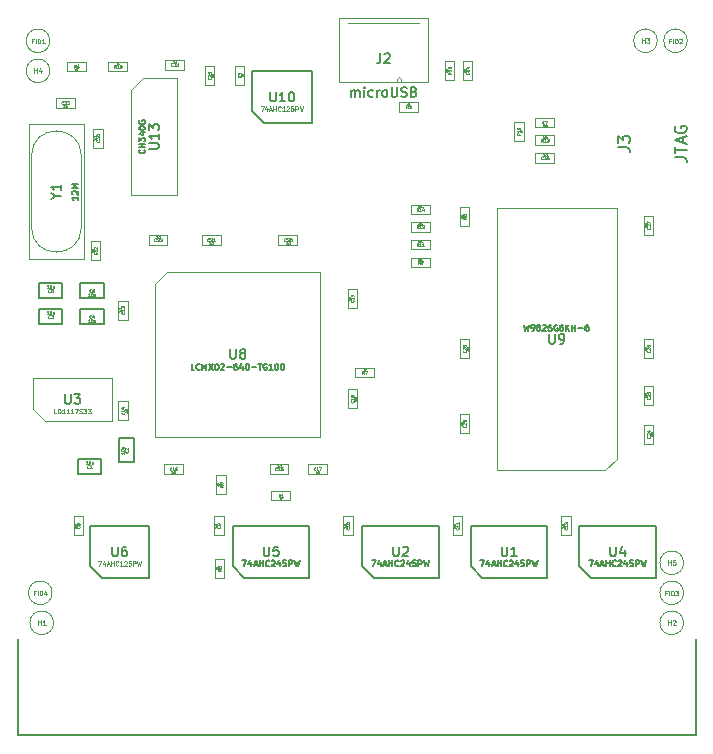
<source format=gbr>
G04 #@! TF.GenerationSoftware,KiCad,Pcbnew,(6.0.1-0)*
G04 #@! TF.CreationDate,2022-02-07T03:36:49-05:00*
G04 #@! TF.ProjectId,GW4302,47573433-3032-42e6-9b69-6361645f7063,0.1*
G04 #@! TF.SameCoordinates,Original*
G04 #@! TF.FileFunction,AssemblyDrawing,Top*
%FSLAX46Y46*%
G04 Gerber Fmt 4.6, Leading zero omitted, Abs format (unit mm)*
G04 Created by KiCad (PCBNEW (6.0.1-0)) date 2022-02-07 03:36:49*
%MOMM*%
%LPD*%
G01*
G04 APERTURE LIST*
%ADD10C,0.100000*%
%ADD11C,0.095250*%
%ADD12C,0.203200*%
%ADD13C,0.127000*%
%ADD14C,0.063500*%
%ADD15C,0.031750*%
%ADD16C,0.150000*%
G04 APERTURE END LIST*
D10*
X105105238Y-88191952D02*
X105105238Y-87791952D01*
X105105238Y-87982428D02*
X105333809Y-87982428D01*
X105333809Y-88191952D02*
X105333809Y-87791952D01*
X105733809Y-88191952D02*
X105505238Y-88191952D01*
X105619523Y-88191952D02*
X105619523Y-87791952D01*
X105581428Y-87849095D01*
X105543333Y-87887190D01*
X105505238Y-87906238D01*
D11*
X104874785Y-85493785D02*
X104747785Y-85493785D01*
X104747785Y-85693357D02*
X104747785Y-85312357D01*
X104929214Y-85312357D01*
X105074357Y-85693357D02*
X105074357Y-85312357D01*
X105255785Y-85693357D02*
X105255785Y-85312357D01*
X105346500Y-85312357D01*
X105400928Y-85330500D01*
X105437214Y-85366785D01*
X105455357Y-85403071D01*
X105473500Y-85475642D01*
X105473500Y-85530071D01*
X105455357Y-85602642D01*
X105437214Y-85638928D01*
X105400928Y-85675214D01*
X105346500Y-85693357D01*
X105255785Y-85693357D01*
X105800071Y-85439357D02*
X105800071Y-85693357D01*
X105709357Y-85294214D02*
X105618642Y-85566357D01*
X105854500Y-85566357D01*
D10*
X158445238Y-88191952D02*
X158445238Y-87791952D01*
X158445238Y-87982428D02*
X158673809Y-87982428D01*
X158673809Y-88191952D02*
X158673809Y-87791952D01*
X158845238Y-87830047D02*
X158864285Y-87811000D01*
X158902380Y-87791952D01*
X158997619Y-87791952D01*
X159035714Y-87811000D01*
X159054761Y-87830047D01*
X159073809Y-87868142D01*
X159073809Y-87906238D01*
X159054761Y-87963380D01*
X158826190Y-88191952D01*
X159073809Y-88191952D01*
D12*
X144355723Y-81554895D02*
X144355723Y-82212876D01*
X144394428Y-82290285D01*
X144433133Y-82328990D01*
X144510542Y-82367695D01*
X144665361Y-82367695D01*
X144742771Y-82328990D01*
X144781476Y-82290285D01*
X144820180Y-82212876D01*
X144820180Y-81554895D01*
X145632980Y-82367695D02*
X145168523Y-82367695D01*
X145400752Y-82367695D02*
X145400752Y-81554895D01*
X145323342Y-81671009D01*
X145245933Y-81748419D01*
X145168523Y-81787123D01*
D13*
X142555952Y-82737809D02*
X142894619Y-82737809D01*
X142676904Y-83245809D01*
X143305857Y-82907142D02*
X143305857Y-83245809D01*
X143184904Y-82713619D02*
X143063952Y-83076476D01*
X143378428Y-83076476D01*
X143547761Y-83100666D02*
X143789666Y-83100666D01*
X143499380Y-83245809D02*
X143668714Y-82737809D01*
X143838047Y-83245809D01*
X144007380Y-83245809D02*
X144007380Y-82737809D01*
X144007380Y-82979714D02*
X144297666Y-82979714D01*
X144297666Y-83245809D02*
X144297666Y-82737809D01*
X144829857Y-83197428D02*
X144805666Y-83221619D01*
X144733095Y-83245809D01*
X144684714Y-83245809D01*
X144612142Y-83221619D01*
X144563761Y-83173238D01*
X144539571Y-83124857D01*
X144515380Y-83028095D01*
X144515380Y-82955523D01*
X144539571Y-82858761D01*
X144563761Y-82810380D01*
X144612142Y-82762000D01*
X144684714Y-82737809D01*
X144733095Y-82737809D01*
X144805666Y-82762000D01*
X144829857Y-82786190D01*
X145023380Y-82786190D02*
X145047571Y-82762000D01*
X145095952Y-82737809D01*
X145216904Y-82737809D01*
X145265285Y-82762000D01*
X145289476Y-82786190D01*
X145313666Y-82834571D01*
X145313666Y-82882952D01*
X145289476Y-82955523D01*
X144999190Y-83245809D01*
X145313666Y-83245809D01*
X145749095Y-82907142D02*
X145749095Y-83245809D01*
X145628142Y-82713619D02*
X145507190Y-83076476D01*
X145821666Y-83076476D01*
X146257095Y-82737809D02*
X146015190Y-82737809D01*
X145991000Y-82979714D01*
X146015190Y-82955523D01*
X146063571Y-82931333D01*
X146184523Y-82931333D01*
X146232904Y-82955523D01*
X146257095Y-82979714D01*
X146281285Y-83028095D01*
X146281285Y-83149047D01*
X146257095Y-83197428D01*
X146232904Y-83221619D01*
X146184523Y-83245809D01*
X146063571Y-83245809D01*
X146015190Y-83221619D01*
X145991000Y-83197428D01*
X146499000Y-83245809D02*
X146499000Y-82737809D01*
X146692523Y-82737809D01*
X146740904Y-82762000D01*
X146765095Y-82786190D01*
X146789285Y-82834571D01*
X146789285Y-82907142D01*
X146765095Y-82955523D01*
X146740904Y-82979714D01*
X146692523Y-83003904D01*
X146499000Y-83003904D01*
X146958619Y-82737809D02*
X147079571Y-83245809D01*
X147176333Y-82882952D01*
X147273095Y-83245809D01*
X147394047Y-82737809D01*
D12*
X148380723Y-63554895D02*
X148380723Y-64212876D01*
X148419428Y-64290285D01*
X148458133Y-64328990D01*
X148535542Y-64367695D01*
X148690361Y-64367695D01*
X148767771Y-64328990D01*
X148806476Y-64290285D01*
X148845180Y-64212876D01*
X148845180Y-63554895D01*
X149270933Y-64367695D02*
X149425752Y-64367695D01*
X149503161Y-64328990D01*
X149541866Y-64290285D01*
X149619276Y-64174171D01*
X149657980Y-64019352D01*
X149657980Y-63709714D01*
X149619276Y-63632304D01*
X149580571Y-63593600D01*
X149503161Y-63554895D01*
X149348342Y-63554895D01*
X149270933Y-63593600D01*
X149232228Y-63632304D01*
X149193523Y-63709714D01*
X149193523Y-63903238D01*
X149232228Y-63980647D01*
X149270933Y-64019352D01*
X149348342Y-64058057D01*
X149503161Y-64058057D01*
X149580571Y-64019352D01*
X149619276Y-63980647D01*
X149657980Y-63903238D01*
D13*
X146242285Y-62771809D02*
X146363238Y-63279809D01*
X146460000Y-62916952D01*
X146556761Y-63279809D01*
X146677714Y-62771809D01*
X146895428Y-63279809D02*
X146992190Y-63279809D01*
X147040571Y-63255619D01*
X147064761Y-63231428D01*
X147113142Y-63158857D01*
X147137333Y-63062095D01*
X147137333Y-62868571D01*
X147113142Y-62820190D01*
X147088952Y-62796000D01*
X147040571Y-62771809D01*
X146943809Y-62771809D01*
X146895428Y-62796000D01*
X146871238Y-62820190D01*
X146847047Y-62868571D01*
X146847047Y-62989523D01*
X146871238Y-63037904D01*
X146895428Y-63062095D01*
X146943809Y-63086285D01*
X147040571Y-63086285D01*
X147088952Y-63062095D01*
X147113142Y-63037904D01*
X147137333Y-62989523D01*
X147427619Y-62989523D02*
X147379238Y-62965333D01*
X147355047Y-62941142D01*
X147330857Y-62892761D01*
X147330857Y-62868571D01*
X147355047Y-62820190D01*
X147379238Y-62796000D01*
X147427619Y-62771809D01*
X147524380Y-62771809D01*
X147572761Y-62796000D01*
X147596952Y-62820190D01*
X147621142Y-62868571D01*
X147621142Y-62892761D01*
X147596952Y-62941142D01*
X147572761Y-62965333D01*
X147524380Y-62989523D01*
X147427619Y-62989523D01*
X147379238Y-63013714D01*
X147355047Y-63037904D01*
X147330857Y-63086285D01*
X147330857Y-63183047D01*
X147355047Y-63231428D01*
X147379238Y-63255619D01*
X147427619Y-63279809D01*
X147524380Y-63279809D01*
X147572761Y-63255619D01*
X147596952Y-63231428D01*
X147621142Y-63183047D01*
X147621142Y-63086285D01*
X147596952Y-63037904D01*
X147572761Y-63013714D01*
X147524380Y-62989523D01*
X147814666Y-62820190D02*
X147838857Y-62796000D01*
X147887238Y-62771809D01*
X148008190Y-62771809D01*
X148056571Y-62796000D01*
X148080761Y-62820190D01*
X148104952Y-62868571D01*
X148104952Y-62916952D01*
X148080761Y-62989523D01*
X147790476Y-63279809D01*
X148104952Y-63279809D01*
X148564571Y-62771809D02*
X148322666Y-62771809D01*
X148298476Y-63013714D01*
X148322666Y-62989523D01*
X148371047Y-62965333D01*
X148492000Y-62965333D01*
X148540380Y-62989523D01*
X148564571Y-63013714D01*
X148588761Y-63062095D01*
X148588761Y-63183047D01*
X148564571Y-63231428D01*
X148540380Y-63255619D01*
X148492000Y-63279809D01*
X148371047Y-63279809D01*
X148322666Y-63255619D01*
X148298476Y-63231428D01*
X149072571Y-62796000D02*
X149024190Y-62771809D01*
X148951619Y-62771809D01*
X148879047Y-62796000D01*
X148830666Y-62844380D01*
X148806476Y-62892761D01*
X148782285Y-62989523D01*
X148782285Y-63062095D01*
X148806476Y-63158857D01*
X148830666Y-63207238D01*
X148879047Y-63255619D01*
X148951619Y-63279809D01*
X149000000Y-63279809D01*
X149072571Y-63255619D01*
X149096761Y-63231428D01*
X149096761Y-63062095D01*
X149000000Y-63062095D01*
X149532190Y-62771809D02*
X149435428Y-62771809D01*
X149387047Y-62796000D01*
X149362857Y-62820190D01*
X149314476Y-62892761D01*
X149290285Y-62989523D01*
X149290285Y-63183047D01*
X149314476Y-63231428D01*
X149338666Y-63255619D01*
X149387047Y-63279809D01*
X149483809Y-63279809D01*
X149532190Y-63255619D01*
X149556380Y-63231428D01*
X149580571Y-63183047D01*
X149580571Y-63062095D01*
X149556380Y-63013714D01*
X149532190Y-62989523D01*
X149483809Y-62965333D01*
X149387047Y-62965333D01*
X149338666Y-62989523D01*
X149314476Y-63013714D01*
X149290285Y-63062095D01*
X149798285Y-63279809D02*
X149798285Y-62771809D01*
X150088571Y-63279809D02*
X149870857Y-62989523D01*
X150088571Y-62771809D02*
X149798285Y-63062095D01*
X150306285Y-63279809D02*
X150306285Y-62771809D01*
X150306285Y-63013714D02*
X150596571Y-63013714D01*
X150596571Y-63279809D02*
X150596571Y-62771809D01*
X150838476Y-63086285D02*
X151225523Y-63086285D01*
X151685142Y-62771809D02*
X151588380Y-62771809D01*
X151540000Y-62796000D01*
X151515809Y-62820190D01*
X151467428Y-62892761D01*
X151443238Y-62989523D01*
X151443238Y-63183047D01*
X151467428Y-63231428D01*
X151491619Y-63255619D01*
X151540000Y-63279809D01*
X151636761Y-63279809D01*
X151685142Y-63255619D01*
X151709333Y-63231428D01*
X151733523Y-63183047D01*
X151733523Y-63062095D01*
X151709333Y-63013714D01*
X151685142Y-62989523D01*
X151636761Y-62965333D01*
X151540000Y-62965333D01*
X151491619Y-62989523D01*
X151467428Y-63013714D01*
X151443238Y-63062095D01*
D12*
X153555723Y-81554895D02*
X153555723Y-82212876D01*
X153594428Y-82290285D01*
X153633133Y-82328990D01*
X153710542Y-82367695D01*
X153865361Y-82367695D01*
X153942771Y-82328990D01*
X153981476Y-82290285D01*
X154020180Y-82212876D01*
X154020180Y-81554895D01*
X154755571Y-81825828D02*
X154755571Y-82367695D01*
X154562047Y-81516190D02*
X154368523Y-82096761D01*
X154871685Y-82096761D01*
D13*
X151755952Y-82737809D02*
X152094619Y-82737809D01*
X151876904Y-83245809D01*
X152505857Y-82907142D02*
X152505857Y-83245809D01*
X152384904Y-82713619D02*
X152263952Y-83076476D01*
X152578428Y-83076476D01*
X152747761Y-83100666D02*
X152989666Y-83100666D01*
X152699380Y-83245809D02*
X152868714Y-82737809D01*
X153038047Y-83245809D01*
X153207380Y-83245809D02*
X153207380Y-82737809D01*
X153207380Y-82979714D02*
X153497666Y-82979714D01*
X153497666Y-83245809D02*
X153497666Y-82737809D01*
X154029857Y-83197428D02*
X154005666Y-83221619D01*
X153933095Y-83245809D01*
X153884714Y-83245809D01*
X153812142Y-83221619D01*
X153763761Y-83173238D01*
X153739571Y-83124857D01*
X153715380Y-83028095D01*
X153715380Y-82955523D01*
X153739571Y-82858761D01*
X153763761Y-82810380D01*
X153812142Y-82762000D01*
X153884714Y-82737809D01*
X153933095Y-82737809D01*
X154005666Y-82762000D01*
X154029857Y-82786190D01*
X154223380Y-82786190D02*
X154247571Y-82762000D01*
X154295952Y-82737809D01*
X154416904Y-82737809D01*
X154465285Y-82762000D01*
X154489476Y-82786190D01*
X154513666Y-82834571D01*
X154513666Y-82882952D01*
X154489476Y-82955523D01*
X154199190Y-83245809D01*
X154513666Y-83245809D01*
X154949095Y-82907142D02*
X154949095Y-83245809D01*
X154828142Y-82713619D02*
X154707190Y-83076476D01*
X155021666Y-83076476D01*
X155457095Y-82737809D02*
X155215190Y-82737809D01*
X155191000Y-82979714D01*
X155215190Y-82955523D01*
X155263571Y-82931333D01*
X155384523Y-82931333D01*
X155432904Y-82955523D01*
X155457095Y-82979714D01*
X155481285Y-83028095D01*
X155481285Y-83149047D01*
X155457095Y-83197428D01*
X155432904Y-83221619D01*
X155384523Y-83245809D01*
X155263571Y-83245809D01*
X155215190Y-83221619D01*
X155191000Y-83197428D01*
X155699000Y-83245809D02*
X155699000Y-82737809D01*
X155892523Y-82737809D01*
X155940904Y-82762000D01*
X155965095Y-82786190D01*
X155989285Y-82834571D01*
X155989285Y-82907142D01*
X155965095Y-82955523D01*
X155940904Y-82979714D01*
X155892523Y-83003904D01*
X155699000Y-83003904D01*
X156158619Y-82737809D02*
X156279571Y-83245809D01*
X156376333Y-82882952D01*
X156473095Y-83245809D01*
X156594047Y-82737809D01*
D11*
X158341785Y-85493785D02*
X158214785Y-85493785D01*
X158214785Y-85693357D02*
X158214785Y-85312357D01*
X158396214Y-85312357D01*
X158541357Y-85693357D02*
X158541357Y-85312357D01*
X158722785Y-85693357D02*
X158722785Y-85312357D01*
X158813500Y-85312357D01*
X158867928Y-85330500D01*
X158904214Y-85366785D01*
X158922357Y-85403071D01*
X158940500Y-85475642D01*
X158940500Y-85530071D01*
X158922357Y-85602642D01*
X158904214Y-85638928D01*
X158867928Y-85675214D01*
X158813500Y-85693357D01*
X158722785Y-85693357D01*
X159067500Y-85312357D02*
X159303357Y-85312357D01*
X159176357Y-85457500D01*
X159230785Y-85457500D01*
X159267071Y-85475642D01*
X159285214Y-85493785D01*
X159303357Y-85530071D01*
X159303357Y-85620785D01*
X159285214Y-85657071D01*
X159267071Y-85675214D01*
X159230785Y-85693357D01*
X159121928Y-85693357D01*
X159085642Y-85675214D01*
X159067500Y-85657071D01*
D14*
X108590714Y-79842333D02*
X108602809Y-79854428D01*
X108614904Y-79890714D01*
X108614904Y-79914904D01*
X108602809Y-79951190D01*
X108578619Y-79975380D01*
X108554428Y-79987476D01*
X108506047Y-79999571D01*
X108469761Y-79999571D01*
X108421380Y-79987476D01*
X108397190Y-79975380D01*
X108373000Y-79951190D01*
X108360904Y-79914904D01*
X108360904Y-79890714D01*
X108373000Y-79854428D01*
X108385095Y-79842333D01*
X108469761Y-79697190D02*
X108457666Y-79721380D01*
X108445571Y-79733476D01*
X108421380Y-79745571D01*
X108409285Y-79745571D01*
X108385095Y-79733476D01*
X108373000Y-79721380D01*
X108360904Y-79697190D01*
X108360904Y-79648809D01*
X108373000Y-79624619D01*
X108385095Y-79612523D01*
X108409285Y-79600428D01*
X108421380Y-79600428D01*
X108445571Y-79612523D01*
X108457666Y-79624619D01*
X108469761Y-79648809D01*
X108469761Y-79697190D01*
X108481857Y-79721380D01*
X108493952Y-79733476D01*
X108518142Y-79745571D01*
X108566523Y-79745571D01*
X108590714Y-79733476D01*
X108602809Y-79721380D01*
X108614904Y-79697190D01*
X108614904Y-79648809D01*
X108602809Y-79624619D01*
X108590714Y-79612523D01*
X108566523Y-79600428D01*
X108518142Y-79600428D01*
X108493952Y-79612523D01*
X108481857Y-79624619D01*
X108469761Y-79648809D01*
D15*
X108192547Y-79954214D02*
X108186500Y-79948166D01*
X108180452Y-79936071D01*
X108180452Y-79905833D01*
X108186500Y-79893738D01*
X108192547Y-79887690D01*
X108204642Y-79881642D01*
X108216738Y-79881642D01*
X108234880Y-79887690D01*
X108307452Y-79960261D01*
X108307452Y-79881642D01*
X108222785Y-79772785D02*
X108307452Y-79772785D01*
X108222785Y-79827214D02*
X108289309Y-79827214D01*
X108301404Y-79821166D01*
X108307452Y-79809071D01*
X108307452Y-79790928D01*
X108301404Y-79778833D01*
X108295357Y-79772785D01*
X108192547Y-79718357D02*
X108186500Y-79712309D01*
X108180452Y-79700214D01*
X108180452Y-79669976D01*
X108186500Y-79657880D01*
X108192547Y-79651833D01*
X108204642Y-79645785D01*
X108216738Y-79645785D01*
X108234880Y-79651833D01*
X108307452Y-79724404D01*
X108307452Y-79645785D01*
D12*
X111380723Y-81554895D02*
X111380723Y-82212876D01*
X111419428Y-82290285D01*
X111458133Y-82328990D01*
X111535542Y-82367695D01*
X111690361Y-82367695D01*
X111767771Y-82328990D01*
X111806476Y-82290285D01*
X111845180Y-82212876D01*
X111845180Y-81554895D01*
X112580571Y-81554895D02*
X112425752Y-81554895D01*
X112348342Y-81593600D01*
X112309638Y-81632304D01*
X112232228Y-81748419D01*
X112193523Y-81903238D01*
X112193523Y-82212876D01*
X112232228Y-82290285D01*
X112270933Y-82328990D01*
X112348342Y-82367695D01*
X112503161Y-82367695D01*
X112580571Y-82328990D01*
X112619276Y-82290285D01*
X112657980Y-82212876D01*
X112657980Y-82019352D01*
X112619276Y-81941942D01*
X112580571Y-81903238D01*
X112503161Y-81864533D01*
X112348342Y-81864533D01*
X112270933Y-81903238D01*
X112232228Y-81941942D01*
X112193523Y-82019352D01*
D11*
X110185714Y-82791357D02*
X110439714Y-82791357D01*
X110276428Y-83172357D01*
X110748142Y-82918357D02*
X110748142Y-83172357D01*
X110657428Y-82773214D02*
X110566714Y-83045357D01*
X110802571Y-83045357D01*
X110929571Y-83063500D02*
X111111000Y-83063500D01*
X110893285Y-83172357D02*
X111020285Y-82791357D01*
X111147285Y-83172357D01*
X111274285Y-83172357D02*
X111274285Y-82791357D01*
X111274285Y-82972785D02*
X111492000Y-82972785D01*
X111492000Y-83172357D02*
X111492000Y-82791357D01*
X111891142Y-83136071D02*
X111873000Y-83154214D01*
X111818571Y-83172357D01*
X111782285Y-83172357D01*
X111727857Y-83154214D01*
X111691571Y-83117928D01*
X111673428Y-83081642D01*
X111655285Y-83009071D01*
X111655285Y-82954642D01*
X111673428Y-82882071D01*
X111691571Y-82845785D01*
X111727857Y-82809500D01*
X111782285Y-82791357D01*
X111818571Y-82791357D01*
X111873000Y-82809500D01*
X111891142Y-82827642D01*
X112254000Y-83172357D02*
X112036285Y-83172357D01*
X112145142Y-83172357D02*
X112145142Y-82791357D01*
X112108857Y-82845785D01*
X112072571Y-82882071D01*
X112036285Y-82900214D01*
X112399142Y-82827642D02*
X112417285Y-82809500D01*
X112453571Y-82791357D01*
X112544285Y-82791357D01*
X112580571Y-82809500D01*
X112598714Y-82827642D01*
X112616857Y-82863928D01*
X112616857Y-82900214D01*
X112598714Y-82954642D01*
X112381000Y-83172357D01*
X112616857Y-83172357D01*
X112961571Y-82791357D02*
X112780142Y-82791357D01*
X112762000Y-82972785D01*
X112780142Y-82954642D01*
X112816428Y-82936500D01*
X112907142Y-82936500D01*
X112943428Y-82954642D01*
X112961571Y-82972785D01*
X112979714Y-83009071D01*
X112979714Y-83099785D01*
X112961571Y-83136071D01*
X112943428Y-83154214D01*
X112907142Y-83172357D01*
X112816428Y-83172357D01*
X112780142Y-83154214D01*
X112762000Y-83136071D01*
X113143000Y-83172357D02*
X113143000Y-82791357D01*
X113288142Y-82791357D01*
X113324428Y-82809500D01*
X113342571Y-82827642D01*
X113360714Y-82863928D01*
X113360714Y-82918357D01*
X113342571Y-82954642D01*
X113324428Y-82972785D01*
X113288142Y-82990928D01*
X113143000Y-82990928D01*
X113487714Y-82791357D02*
X113578428Y-83172357D01*
X113651000Y-82900214D01*
X113723571Y-83172357D01*
X113814285Y-82791357D01*
D14*
X120490714Y-79842333D02*
X120502809Y-79854428D01*
X120514904Y-79890714D01*
X120514904Y-79914904D01*
X120502809Y-79951190D01*
X120478619Y-79975380D01*
X120454428Y-79987476D01*
X120406047Y-79999571D01*
X120369761Y-79999571D01*
X120321380Y-79987476D01*
X120297190Y-79975380D01*
X120273000Y-79951190D01*
X120260904Y-79914904D01*
X120260904Y-79890714D01*
X120273000Y-79854428D01*
X120285095Y-79842333D01*
X120514904Y-79721380D02*
X120514904Y-79673000D01*
X120502809Y-79648809D01*
X120490714Y-79636714D01*
X120454428Y-79612523D01*
X120406047Y-79600428D01*
X120309285Y-79600428D01*
X120285095Y-79612523D01*
X120273000Y-79624619D01*
X120260904Y-79648809D01*
X120260904Y-79697190D01*
X120273000Y-79721380D01*
X120285095Y-79733476D01*
X120309285Y-79745571D01*
X120369761Y-79745571D01*
X120393952Y-79733476D01*
X120406047Y-79721380D01*
X120418142Y-79697190D01*
X120418142Y-79648809D01*
X120406047Y-79624619D01*
X120393952Y-79612523D01*
X120369761Y-79600428D01*
D15*
X120092547Y-79954214D02*
X120086500Y-79948166D01*
X120080452Y-79936071D01*
X120080452Y-79905833D01*
X120086500Y-79893738D01*
X120092547Y-79887690D01*
X120104642Y-79881642D01*
X120116738Y-79881642D01*
X120134880Y-79887690D01*
X120207452Y-79960261D01*
X120207452Y-79881642D01*
X120122785Y-79772785D02*
X120207452Y-79772785D01*
X120122785Y-79827214D02*
X120189309Y-79827214D01*
X120201404Y-79821166D01*
X120207452Y-79809071D01*
X120207452Y-79790928D01*
X120201404Y-79778833D01*
X120195357Y-79772785D01*
X120092547Y-79718357D02*
X120086500Y-79712309D01*
X120080452Y-79700214D01*
X120080452Y-79669976D01*
X120086500Y-79657880D01*
X120092547Y-79651833D01*
X120104642Y-79645785D01*
X120116738Y-79645785D01*
X120134880Y-79651833D01*
X120207452Y-79724404D01*
X120207452Y-79645785D01*
D14*
X140690714Y-79963285D02*
X140702809Y-79975380D01*
X140714904Y-80011666D01*
X140714904Y-80035857D01*
X140702809Y-80072142D01*
X140678619Y-80096333D01*
X140654428Y-80108428D01*
X140606047Y-80120523D01*
X140569761Y-80120523D01*
X140521380Y-80108428D01*
X140497190Y-80096333D01*
X140473000Y-80072142D01*
X140460904Y-80035857D01*
X140460904Y-80011666D01*
X140473000Y-79975380D01*
X140485095Y-79963285D01*
X140714904Y-79721380D02*
X140714904Y-79866523D01*
X140714904Y-79793952D02*
X140460904Y-79793952D01*
X140497190Y-79818142D01*
X140521380Y-79842333D01*
X140533476Y-79866523D01*
X140714904Y-79479476D02*
X140714904Y-79624619D01*
X140714904Y-79552047D02*
X140460904Y-79552047D01*
X140497190Y-79576238D01*
X140521380Y-79600428D01*
X140533476Y-79624619D01*
D15*
X140292547Y-79954214D02*
X140286500Y-79948166D01*
X140280452Y-79936071D01*
X140280452Y-79905833D01*
X140286500Y-79893738D01*
X140292547Y-79887690D01*
X140304642Y-79881642D01*
X140316738Y-79881642D01*
X140334880Y-79887690D01*
X140407452Y-79960261D01*
X140407452Y-79881642D01*
X140322785Y-79772785D02*
X140407452Y-79772785D01*
X140322785Y-79827214D02*
X140389309Y-79827214D01*
X140401404Y-79821166D01*
X140407452Y-79809071D01*
X140407452Y-79790928D01*
X140401404Y-79778833D01*
X140395357Y-79772785D01*
X140292547Y-79718357D02*
X140286500Y-79712309D01*
X140280452Y-79700214D01*
X140280452Y-79669976D01*
X140286500Y-79657880D01*
X140292547Y-79651833D01*
X140304642Y-79645785D01*
X140316738Y-79645785D01*
X140334880Y-79651833D01*
X140407452Y-79724404D01*
X140407452Y-79645785D01*
D14*
X106107666Y-62190714D02*
X106095571Y-62202809D01*
X106059285Y-62214904D01*
X106035095Y-62214904D01*
X105998809Y-62202809D01*
X105974619Y-62178619D01*
X105962523Y-62154428D01*
X105950428Y-62106047D01*
X105950428Y-62069761D01*
X105962523Y-62021380D01*
X105974619Y-61997190D01*
X105998809Y-61973000D01*
X106035095Y-61960904D01*
X106059285Y-61960904D01*
X106095571Y-61973000D01*
X106107666Y-61985095D01*
X106192333Y-61960904D02*
X106349571Y-61960904D01*
X106264904Y-62057666D01*
X106301190Y-62057666D01*
X106325380Y-62069761D01*
X106337476Y-62081857D01*
X106349571Y-62106047D01*
X106349571Y-62166523D01*
X106337476Y-62190714D01*
X106325380Y-62202809D01*
X106301190Y-62214904D01*
X106228619Y-62214904D01*
X106204428Y-62202809D01*
X106192333Y-62190714D01*
X105986714Y-61864904D02*
X105841571Y-61864904D01*
X105914142Y-61864904D02*
X105914142Y-61610904D01*
X105889952Y-61647190D01*
X105865761Y-61671380D01*
X105841571Y-61683476D01*
X106143952Y-61610904D02*
X106168142Y-61610904D01*
X106192333Y-61623000D01*
X106204428Y-61635095D01*
X106216523Y-61659285D01*
X106228619Y-61707666D01*
X106228619Y-61768142D01*
X106216523Y-61816523D01*
X106204428Y-61840714D01*
X106192333Y-61852809D01*
X106168142Y-61864904D01*
X106143952Y-61864904D01*
X106119761Y-61852809D01*
X106107666Y-61840714D01*
X106095571Y-61816523D01*
X106083476Y-61768142D01*
X106083476Y-61707666D01*
X106095571Y-61659285D01*
X106107666Y-61635095D01*
X106119761Y-61623000D01*
X106143952Y-61610904D01*
X106446333Y-61695571D02*
X106446333Y-61864904D01*
X106337476Y-61695571D02*
X106337476Y-61828619D01*
X106349571Y-61852809D01*
X106373761Y-61864904D01*
X106410047Y-61864904D01*
X106434238Y-61852809D01*
X106446333Y-61840714D01*
X109607666Y-62190714D02*
X109595571Y-62202809D01*
X109559285Y-62214904D01*
X109535095Y-62214904D01*
X109498809Y-62202809D01*
X109474619Y-62178619D01*
X109462523Y-62154428D01*
X109450428Y-62106047D01*
X109450428Y-62069761D01*
X109462523Y-62021380D01*
X109474619Y-61997190D01*
X109498809Y-61973000D01*
X109535095Y-61960904D01*
X109559285Y-61960904D01*
X109595571Y-61973000D01*
X109607666Y-61985095D01*
X109825380Y-62045571D02*
X109825380Y-62214904D01*
X109764904Y-61948809D02*
X109704428Y-62130238D01*
X109861666Y-62130238D01*
X109486714Y-62564904D02*
X109341571Y-62564904D01*
X109414142Y-62564904D02*
X109414142Y-62310904D01*
X109389952Y-62347190D01*
X109365761Y-62371380D01*
X109341571Y-62383476D01*
X109643952Y-62310904D02*
X109668142Y-62310904D01*
X109692333Y-62323000D01*
X109704428Y-62335095D01*
X109716523Y-62359285D01*
X109728619Y-62407666D01*
X109728619Y-62468142D01*
X109716523Y-62516523D01*
X109704428Y-62540714D01*
X109692333Y-62552809D01*
X109668142Y-62564904D01*
X109643952Y-62564904D01*
X109619761Y-62552809D01*
X109607666Y-62540714D01*
X109595571Y-62516523D01*
X109583476Y-62468142D01*
X109583476Y-62407666D01*
X109595571Y-62359285D01*
X109607666Y-62335095D01*
X109619761Y-62323000D01*
X109643952Y-62310904D01*
X109946333Y-62395571D02*
X109946333Y-62564904D01*
X109837476Y-62395571D02*
X109837476Y-62528619D01*
X109849571Y-62552809D01*
X109873761Y-62564904D01*
X109910047Y-62564904D01*
X109934238Y-62552809D01*
X109946333Y-62540714D01*
X109607666Y-59990714D02*
X109595571Y-60002809D01*
X109559285Y-60014904D01*
X109535095Y-60014904D01*
X109498809Y-60002809D01*
X109474619Y-59978619D01*
X109462523Y-59954428D01*
X109450428Y-59906047D01*
X109450428Y-59869761D01*
X109462523Y-59821380D01*
X109474619Y-59797190D01*
X109498809Y-59773000D01*
X109535095Y-59760904D01*
X109559285Y-59760904D01*
X109595571Y-59773000D01*
X109607666Y-59785095D01*
X109825380Y-59760904D02*
X109777000Y-59760904D01*
X109752809Y-59773000D01*
X109740714Y-59785095D01*
X109716523Y-59821380D01*
X109704428Y-59869761D01*
X109704428Y-59966523D01*
X109716523Y-59990714D01*
X109728619Y-60002809D01*
X109752809Y-60014904D01*
X109801190Y-60014904D01*
X109825380Y-60002809D01*
X109837476Y-59990714D01*
X109849571Y-59966523D01*
X109849571Y-59906047D01*
X109837476Y-59881857D01*
X109825380Y-59869761D01*
X109801190Y-59857666D01*
X109752809Y-59857666D01*
X109728619Y-59869761D01*
X109716523Y-59881857D01*
X109704428Y-59906047D01*
X109486714Y-60364904D02*
X109341571Y-60364904D01*
X109414142Y-60364904D02*
X109414142Y-60110904D01*
X109389952Y-60147190D01*
X109365761Y-60171380D01*
X109341571Y-60183476D01*
X109643952Y-60110904D02*
X109668142Y-60110904D01*
X109692333Y-60123000D01*
X109704428Y-60135095D01*
X109716523Y-60159285D01*
X109728619Y-60207666D01*
X109728619Y-60268142D01*
X109716523Y-60316523D01*
X109704428Y-60340714D01*
X109692333Y-60352809D01*
X109668142Y-60364904D01*
X109643952Y-60364904D01*
X109619761Y-60352809D01*
X109607666Y-60340714D01*
X109595571Y-60316523D01*
X109583476Y-60268142D01*
X109583476Y-60207666D01*
X109595571Y-60159285D01*
X109607666Y-60135095D01*
X109619761Y-60123000D01*
X109643952Y-60110904D01*
X109946333Y-60195571D02*
X109946333Y-60364904D01*
X109837476Y-60195571D02*
X109837476Y-60328619D01*
X109849571Y-60352809D01*
X109873761Y-60364904D01*
X109910047Y-60364904D01*
X109934238Y-60352809D01*
X109946333Y-60340714D01*
X120564904Y-83442333D02*
X120443952Y-83527000D01*
X120564904Y-83587476D02*
X120310904Y-83587476D01*
X120310904Y-83490714D01*
X120323000Y-83466523D01*
X120335095Y-83454428D01*
X120359285Y-83442333D01*
X120395571Y-83442333D01*
X120419761Y-83454428D01*
X120431857Y-83466523D01*
X120443952Y-83490714D01*
X120443952Y-83587476D01*
X120310904Y-83212523D02*
X120310904Y-83333476D01*
X120431857Y-83345571D01*
X120419761Y-83333476D01*
X120407666Y-83309285D01*
X120407666Y-83248809D01*
X120419761Y-83224619D01*
X120431857Y-83212523D01*
X120456047Y-83200428D01*
X120516523Y-83200428D01*
X120540714Y-83212523D01*
X120552809Y-83224619D01*
X120564904Y-83248809D01*
X120564904Y-83309285D01*
X120552809Y-83333476D01*
X120540714Y-83345571D01*
D15*
X120257452Y-83415119D02*
X120257452Y-83487690D01*
X120257452Y-83451404D02*
X120130452Y-83451404D01*
X120148595Y-83463500D01*
X120160690Y-83475595D01*
X120166738Y-83487690D01*
X120257452Y-83360690D02*
X120130452Y-83360690D01*
X120209071Y-83348595D02*
X120257452Y-83312309D01*
X120172785Y-83312309D02*
X120221166Y-83360690D01*
D12*
X135155723Y-81554895D02*
X135155723Y-82212876D01*
X135194428Y-82290285D01*
X135233133Y-82328990D01*
X135310542Y-82367695D01*
X135465361Y-82367695D01*
X135542771Y-82328990D01*
X135581476Y-82290285D01*
X135620180Y-82212876D01*
X135620180Y-81554895D01*
X135968523Y-81632304D02*
X136007228Y-81593600D01*
X136084638Y-81554895D01*
X136278161Y-81554895D01*
X136355571Y-81593600D01*
X136394276Y-81632304D01*
X136432980Y-81709714D01*
X136432980Y-81787123D01*
X136394276Y-81903238D01*
X135929819Y-82367695D01*
X136432980Y-82367695D01*
D13*
X133355952Y-82737809D02*
X133694619Y-82737809D01*
X133476904Y-83245809D01*
X134105857Y-82907142D02*
X134105857Y-83245809D01*
X133984904Y-82713619D02*
X133863952Y-83076476D01*
X134178428Y-83076476D01*
X134347761Y-83100666D02*
X134589666Y-83100666D01*
X134299380Y-83245809D02*
X134468714Y-82737809D01*
X134638047Y-83245809D01*
X134807380Y-83245809D02*
X134807380Y-82737809D01*
X134807380Y-82979714D02*
X135097666Y-82979714D01*
X135097666Y-83245809D02*
X135097666Y-82737809D01*
X135629857Y-83197428D02*
X135605666Y-83221619D01*
X135533095Y-83245809D01*
X135484714Y-83245809D01*
X135412142Y-83221619D01*
X135363761Y-83173238D01*
X135339571Y-83124857D01*
X135315380Y-83028095D01*
X135315380Y-82955523D01*
X135339571Y-82858761D01*
X135363761Y-82810380D01*
X135412142Y-82762000D01*
X135484714Y-82737809D01*
X135533095Y-82737809D01*
X135605666Y-82762000D01*
X135629857Y-82786190D01*
X135823380Y-82786190D02*
X135847571Y-82762000D01*
X135895952Y-82737809D01*
X136016904Y-82737809D01*
X136065285Y-82762000D01*
X136089476Y-82786190D01*
X136113666Y-82834571D01*
X136113666Y-82882952D01*
X136089476Y-82955523D01*
X135799190Y-83245809D01*
X136113666Y-83245809D01*
X136549095Y-82907142D02*
X136549095Y-83245809D01*
X136428142Y-82713619D02*
X136307190Y-83076476D01*
X136621666Y-83076476D01*
X137057095Y-82737809D02*
X136815190Y-82737809D01*
X136791000Y-82979714D01*
X136815190Y-82955523D01*
X136863571Y-82931333D01*
X136984523Y-82931333D01*
X137032904Y-82955523D01*
X137057095Y-82979714D01*
X137081285Y-83028095D01*
X137081285Y-83149047D01*
X137057095Y-83197428D01*
X137032904Y-83221619D01*
X136984523Y-83245809D01*
X136863571Y-83245809D01*
X136815190Y-83221619D01*
X136791000Y-83197428D01*
X137299000Y-83245809D02*
X137299000Y-82737809D01*
X137492523Y-82737809D01*
X137540904Y-82762000D01*
X137565095Y-82786190D01*
X137589285Y-82834571D01*
X137589285Y-82907142D01*
X137565095Y-82955523D01*
X137540904Y-82979714D01*
X137492523Y-83003904D01*
X137299000Y-83003904D01*
X137758619Y-82737809D02*
X137879571Y-83245809D01*
X137976333Y-82882952D01*
X138073095Y-83245809D01*
X138194047Y-82737809D01*
D12*
X124205723Y-81554895D02*
X124205723Y-82212876D01*
X124244428Y-82290285D01*
X124283133Y-82328990D01*
X124360542Y-82367695D01*
X124515361Y-82367695D01*
X124592771Y-82328990D01*
X124631476Y-82290285D01*
X124670180Y-82212876D01*
X124670180Y-81554895D01*
X125444276Y-81554895D02*
X125057228Y-81554895D01*
X125018523Y-81941942D01*
X125057228Y-81903238D01*
X125134638Y-81864533D01*
X125328161Y-81864533D01*
X125405571Y-81903238D01*
X125444276Y-81941942D01*
X125482980Y-82019352D01*
X125482980Y-82212876D01*
X125444276Y-82290285D01*
X125405571Y-82328990D01*
X125328161Y-82367695D01*
X125134638Y-82367695D01*
X125057228Y-82328990D01*
X125018523Y-82290285D01*
D13*
X122405952Y-82737809D02*
X122744619Y-82737809D01*
X122526904Y-83245809D01*
X123155857Y-82907142D02*
X123155857Y-83245809D01*
X123034904Y-82713619D02*
X122913952Y-83076476D01*
X123228428Y-83076476D01*
X123397761Y-83100666D02*
X123639666Y-83100666D01*
X123349380Y-83245809D02*
X123518714Y-82737809D01*
X123688047Y-83245809D01*
X123857380Y-83245809D02*
X123857380Y-82737809D01*
X123857380Y-82979714D02*
X124147666Y-82979714D01*
X124147666Y-83245809D02*
X124147666Y-82737809D01*
X124679857Y-83197428D02*
X124655666Y-83221619D01*
X124583095Y-83245809D01*
X124534714Y-83245809D01*
X124462142Y-83221619D01*
X124413761Y-83173238D01*
X124389571Y-83124857D01*
X124365380Y-83028095D01*
X124365380Y-82955523D01*
X124389571Y-82858761D01*
X124413761Y-82810380D01*
X124462142Y-82762000D01*
X124534714Y-82737809D01*
X124583095Y-82737809D01*
X124655666Y-82762000D01*
X124679857Y-82786190D01*
X124873380Y-82786190D02*
X124897571Y-82762000D01*
X124945952Y-82737809D01*
X125066904Y-82737809D01*
X125115285Y-82762000D01*
X125139476Y-82786190D01*
X125163666Y-82834571D01*
X125163666Y-82882952D01*
X125139476Y-82955523D01*
X124849190Y-83245809D01*
X125163666Y-83245809D01*
X125599095Y-82907142D02*
X125599095Y-83245809D01*
X125478142Y-82713619D02*
X125357190Y-83076476D01*
X125671666Y-83076476D01*
X126107095Y-82737809D02*
X125865190Y-82737809D01*
X125841000Y-82979714D01*
X125865190Y-82955523D01*
X125913571Y-82931333D01*
X126034523Y-82931333D01*
X126082904Y-82955523D01*
X126107095Y-82979714D01*
X126131285Y-83028095D01*
X126131285Y-83149047D01*
X126107095Y-83197428D01*
X126082904Y-83221619D01*
X126034523Y-83245809D01*
X125913571Y-83245809D01*
X125865190Y-83221619D01*
X125841000Y-83197428D01*
X126349000Y-83245809D02*
X126349000Y-82737809D01*
X126542523Y-82737809D01*
X126590904Y-82762000D01*
X126615095Y-82786190D01*
X126639285Y-82834571D01*
X126639285Y-82907142D01*
X126615095Y-82955523D01*
X126590904Y-82979714D01*
X126542523Y-83003904D01*
X126349000Y-83003904D01*
X126808619Y-82737809D02*
X126929571Y-83245809D01*
X127026333Y-82882952D01*
X127123095Y-83245809D01*
X127244047Y-82737809D01*
D14*
X149890714Y-79963285D02*
X149902809Y-79975380D01*
X149914904Y-80011666D01*
X149914904Y-80035857D01*
X149902809Y-80072142D01*
X149878619Y-80096333D01*
X149854428Y-80108428D01*
X149806047Y-80120523D01*
X149769761Y-80120523D01*
X149721380Y-80108428D01*
X149697190Y-80096333D01*
X149673000Y-80072142D01*
X149660904Y-80035857D01*
X149660904Y-80011666D01*
X149673000Y-79975380D01*
X149685095Y-79963285D01*
X149914904Y-79721380D02*
X149914904Y-79866523D01*
X149914904Y-79793952D02*
X149660904Y-79793952D01*
X149697190Y-79818142D01*
X149721380Y-79842333D01*
X149733476Y-79866523D01*
X149685095Y-79624619D02*
X149673000Y-79612523D01*
X149660904Y-79588333D01*
X149660904Y-79527857D01*
X149673000Y-79503666D01*
X149685095Y-79491571D01*
X149709285Y-79479476D01*
X149733476Y-79479476D01*
X149769761Y-79491571D01*
X149914904Y-79636714D01*
X149914904Y-79479476D01*
D15*
X149492547Y-79954214D02*
X149486500Y-79948166D01*
X149480452Y-79936071D01*
X149480452Y-79905833D01*
X149486500Y-79893738D01*
X149492547Y-79887690D01*
X149504642Y-79881642D01*
X149516738Y-79881642D01*
X149534880Y-79887690D01*
X149607452Y-79960261D01*
X149607452Y-79881642D01*
X149522785Y-79772785D02*
X149607452Y-79772785D01*
X149522785Y-79827214D02*
X149589309Y-79827214D01*
X149601404Y-79821166D01*
X149607452Y-79809071D01*
X149607452Y-79790928D01*
X149601404Y-79778833D01*
X149595357Y-79772785D01*
X149492547Y-79718357D02*
X149486500Y-79712309D01*
X149480452Y-79700214D01*
X149480452Y-79669976D01*
X149486500Y-79657880D01*
X149492547Y-79651833D01*
X149504642Y-79645785D01*
X149516738Y-79645785D01*
X149534880Y-79651833D01*
X149607452Y-79724404D01*
X149607452Y-79645785D01*
D14*
X131440714Y-79963285D02*
X131452809Y-79975380D01*
X131464904Y-80011666D01*
X131464904Y-80035857D01*
X131452809Y-80072142D01*
X131428619Y-80096333D01*
X131404428Y-80108428D01*
X131356047Y-80120523D01*
X131319761Y-80120523D01*
X131271380Y-80108428D01*
X131247190Y-80096333D01*
X131223000Y-80072142D01*
X131210904Y-80035857D01*
X131210904Y-80011666D01*
X131223000Y-79975380D01*
X131235095Y-79963285D01*
X131464904Y-79721380D02*
X131464904Y-79866523D01*
X131464904Y-79793952D02*
X131210904Y-79793952D01*
X131247190Y-79818142D01*
X131271380Y-79842333D01*
X131283476Y-79866523D01*
X131210904Y-79564142D02*
X131210904Y-79539952D01*
X131223000Y-79515761D01*
X131235095Y-79503666D01*
X131259285Y-79491571D01*
X131307666Y-79479476D01*
X131368142Y-79479476D01*
X131416523Y-79491571D01*
X131440714Y-79503666D01*
X131452809Y-79515761D01*
X131464904Y-79539952D01*
X131464904Y-79564142D01*
X131452809Y-79588333D01*
X131440714Y-79600428D01*
X131416523Y-79612523D01*
X131368142Y-79624619D01*
X131307666Y-79624619D01*
X131259285Y-79612523D01*
X131235095Y-79600428D01*
X131223000Y-79588333D01*
X131210904Y-79564142D01*
D15*
X131042547Y-79954214D02*
X131036500Y-79948166D01*
X131030452Y-79936071D01*
X131030452Y-79905833D01*
X131036500Y-79893738D01*
X131042547Y-79887690D01*
X131054642Y-79881642D01*
X131066738Y-79881642D01*
X131084880Y-79887690D01*
X131157452Y-79960261D01*
X131157452Y-79881642D01*
X131072785Y-79772785D02*
X131157452Y-79772785D01*
X131072785Y-79827214D02*
X131139309Y-79827214D01*
X131151404Y-79821166D01*
X131157452Y-79809071D01*
X131157452Y-79790928D01*
X131151404Y-79778833D01*
X131145357Y-79772785D01*
X131042547Y-79718357D02*
X131036500Y-79712309D01*
X131030452Y-79700214D01*
X131030452Y-79669976D01*
X131036500Y-79657880D01*
X131042547Y-79651833D01*
X131054642Y-79645785D01*
X131066738Y-79645785D01*
X131084880Y-79651833D01*
X131157452Y-79724404D01*
X131157452Y-79645785D01*
D12*
X124743676Y-43054895D02*
X124743676Y-43712876D01*
X124782380Y-43790285D01*
X124821085Y-43828990D01*
X124898495Y-43867695D01*
X125053314Y-43867695D01*
X125130723Y-43828990D01*
X125169428Y-43790285D01*
X125208133Y-43712876D01*
X125208133Y-43054895D01*
X126020933Y-43867695D02*
X125556476Y-43867695D01*
X125788704Y-43867695D02*
X125788704Y-43054895D01*
X125711295Y-43171009D01*
X125633885Y-43248419D01*
X125556476Y-43287123D01*
X126524095Y-43054895D02*
X126601504Y-43054895D01*
X126678914Y-43093600D01*
X126717619Y-43132304D01*
X126756323Y-43209714D01*
X126795028Y-43364533D01*
X126795028Y-43558057D01*
X126756323Y-43712876D01*
X126717619Y-43790285D01*
X126678914Y-43828990D01*
X126601504Y-43867695D01*
X126524095Y-43867695D01*
X126446685Y-43828990D01*
X126407980Y-43790285D01*
X126369276Y-43712876D01*
X126330571Y-43558057D01*
X126330571Y-43364533D01*
X126369276Y-43209714D01*
X126407980Y-43132304D01*
X126446685Y-43093600D01*
X126524095Y-43054895D01*
D11*
X123935714Y-44291357D02*
X124189714Y-44291357D01*
X124026428Y-44672357D01*
X124498142Y-44418357D02*
X124498142Y-44672357D01*
X124407428Y-44273214D02*
X124316714Y-44545357D01*
X124552571Y-44545357D01*
X124679571Y-44563500D02*
X124861000Y-44563500D01*
X124643285Y-44672357D02*
X124770285Y-44291357D01*
X124897285Y-44672357D01*
X125024285Y-44672357D02*
X125024285Y-44291357D01*
X125024285Y-44472785D02*
X125242000Y-44472785D01*
X125242000Y-44672357D02*
X125242000Y-44291357D01*
X125641142Y-44636071D02*
X125623000Y-44654214D01*
X125568571Y-44672357D01*
X125532285Y-44672357D01*
X125477857Y-44654214D01*
X125441571Y-44617928D01*
X125423428Y-44581642D01*
X125405285Y-44509071D01*
X125405285Y-44454642D01*
X125423428Y-44382071D01*
X125441571Y-44345785D01*
X125477857Y-44309500D01*
X125532285Y-44291357D01*
X125568571Y-44291357D01*
X125623000Y-44309500D01*
X125641142Y-44327642D01*
X126004000Y-44672357D02*
X125786285Y-44672357D01*
X125895142Y-44672357D02*
X125895142Y-44291357D01*
X125858857Y-44345785D01*
X125822571Y-44382071D01*
X125786285Y-44400214D01*
X126149142Y-44327642D02*
X126167285Y-44309500D01*
X126203571Y-44291357D01*
X126294285Y-44291357D01*
X126330571Y-44309500D01*
X126348714Y-44327642D01*
X126366857Y-44363928D01*
X126366857Y-44400214D01*
X126348714Y-44454642D01*
X126131000Y-44672357D01*
X126366857Y-44672357D01*
X126711571Y-44291357D02*
X126530142Y-44291357D01*
X126512000Y-44472785D01*
X126530142Y-44454642D01*
X126566428Y-44436500D01*
X126657142Y-44436500D01*
X126693428Y-44454642D01*
X126711571Y-44472785D01*
X126729714Y-44509071D01*
X126729714Y-44599785D01*
X126711571Y-44636071D01*
X126693428Y-44654214D01*
X126657142Y-44672357D01*
X126566428Y-44672357D01*
X126530142Y-44654214D01*
X126512000Y-44636071D01*
X126893000Y-44672357D02*
X126893000Y-44291357D01*
X127038142Y-44291357D01*
X127074428Y-44309500D01*
X127092571Y-44327642D01*
X127110714Y-44363928D01*
X127110714Y-44418357D01*
X127092571Y-44454642D01*
X127074428Y-44472785D01*
X127038142Y-44490928D01*
X126893000Y-44490928D01*
X127237714Y-44291357D02*
X127328428Y-44672357D01*
X127401000Y-44400214D01*
X127473571Y-44672357D01*
X127564285Y-44291357D01*
D14*
X156890714Y-54513285D02*
X156902809Y-54525380D01*
X156914904Y-54561666D01*
X156914904Y-54585857D01*
X156902809Y-54622142D01*
X156878619Y-54646333D01*
X156854428Y-54658428D01*
X156806047Y-54670523D01*
X156769761Y-54670523D01*
X156721380Y-54658428D01*
X156697190Y-54646333D01*
X156673000Y-54622142D01*
X156660904Y-54585857D01*
X156660904Y-54561666D01*
X156673000Y-54525380D01*
X156685095Y-54513285D01*
X156685095Y-54416523D02*
X156673000Y-54404428D01*
X156660904Y-54380238D01*
X156660904Y-54319761D01*
X156673000Y-54295571D01*
X156685095Y-54283476D01*
X156709285Y-54271380D01*
X156733476Y-54271380D01*
X156769761Y-54283476D01*
X156914904Y-54428619D01*
X156914904Y-54271380D01*
X156660904Y-54186714D02*
X156660904Y-54017380D01*
X156914904Y-54126238D01*
D15*
X156492547Y-54504214D02*
X156486500Y-54498166D01*
X156480452Y-54486071D01*
X156480452Y-54455833D01*
X156486500Y-54443738D01*
X156492547Y-54437690D01*
X156504642Y-54431642D01*
X156516738Y-54431642D01*
X156534880Y-54437690D01*
X156607452Y-54510261D01*
X156607452Y-54431642D01*
X156522785Y-54322785D02*
X156607452Y-54322785D01*
X156522785Y-54377214D02*
X156589309Y-54377214D01*
X156601404Y-54371166D01*
X156607452Y-54359071D01*
X156607452Y-54340928D01*
X156601404Y-54328833D01*
X156595357Y-54322785D01*
X156492547Y-54268357D02*
X156486500Y-54262309D01*
X156480452Y-54250214D01*
X156480452Y-54219976D01*
X156486500Y-54207880D01*
X156492547Y-54201833D01*
X156504642Y-54195785D01*
X156516738Y-54195785D01*
X156534880Y-54201833D01*
X156607452Y-54274404D01*
X156607452Y-54195785D01*
D14*
X140064904Y-41413285D02*
X139943952Y-41497952D01*
X140064904Y-41558428D02*
X139810904Y-41558428D01*
X139810904Y-41461666D01*
X139823000Y-41437476D01*
X139835095Y-41425380D01*
X139859285Y-41413285D01*
X139895571Y-41413285D01*
X139919761Y-41425380D01*
X139931857Y-41437476D01*
X139943952Y-41461666D01*
X139943952Y-41558428D01*
X140064904Y-41171380D02*
X140064904Y-41316523D01*
X140064904Y-41243952D02*
X139810904Y-41243952D01*
X139847190Y-41268142D01*
X139871380Y-41292333D01*
X139883476Y-41316523D01*
X139810904Y-40953666D02*
X139810904Y-41002047D01*
X139823000Y-41026238D01*
X139835095Y-41038333D01*
X139871380Y-41062523D01*
X139919761Y-41074619D01*
X140016523Y-41074619D01*
X140040714Y-41062523D01*
X140052809Y-41050428D01*
X140064904Y-41026238D01*
X140064904Y-40977857D01*
X140052809Y-40953666D01*
X140040714Y-40941571D01*
X140016523Y-40929476D01*
X139956047Y-40929476D01*
X139931857Y-40941571D01*
X139919761Y-40953666D01*
X139907666Y-40977857D01*
X139907666Y-41026238D01*
X139919761Y-41050428D01*
X139931857Y-41062523D01*
X139956047Y-41074619D01*
D15*
X139757452Y-41325595D02*
X139757452Y-41398166D01*
X139757452Y-41361880D02*
X139630452Y-41361880D01*
X139648595Y-41373976D01*
X139660690Y-41386071D01*
X139666738Y-41398166D01*
X139630452Y-41246976D02*
X139630452Y-41234880D01*
X139636500Y-41222785D01*
X139642547Y-41216738D01*
X139654642Y-41210690D01*
X139678833Y-41204642D01*
X139709071Y-41204642D01*
X139733261Y-41210690D01*
X139745357Y-41216738D01*
X139751404Y-41222785D01*
X139757452Y-41234880D01*
X139757452Y-41246976D01*
X139751404Y-41259071D01*
X139745357Y-41265119D01*
X139733261Y-41271166D01*
X139709071Y-41277214D01*
X139678833Y-41277214D01*
X139654642Y-41271166D01*
X139642547Y-41265119D01*
X139636500Y-41259071D01*
X139630452Y-41246976D01*
X139757452Y-41150214D02*
X139630452Y-41150214D01*
X139709071Y-41138119D02*
X139757452Y-41101833D01*
X139672785Y-41101833D02*
X139721166Y-41150214D01*
D14*
X156890714Y-64963285D02*
X156902809Y-64975380D01*
X156914904Y-65011666D01*
X156914904Y-65035857D01*
X156902809Y-65072142D01*
X156878619Y-65096333D01*
X156854428Y-65108428D01*
X156806047Y-65120523D01*
X156769761Y-65120523D01*
X156721380Y-65108428D01*
X156697190Y-65096333D01*
X156673000Y-65072142D01*
X156660904Y-65035857D01*
X156660904Y-65011666D01*
X156673000Y-64975380D01*
X156685095Y-64963285D01*
X156685095Y-64866523D02*
X156673000Y-64854428D01*
X156660904Y-64830238D01*
X156660904Y-64769761D01*
X156673000Y-64745571D01*
X156685095Y-64733476D01*
X156709285Y-64721380D01*
X156733476Y-64721380D01*
X156769761Y-64733476D01*
X156914904Y-64878619D01*
X156914904Y-64721380D01*
X156660904Y-64503666D02*
X156660904Y-64552047D01*
X156673000Y-64576238D01*
X156685095Y-64588333D01*
X156721380Y-64612523D01*
X156769761Y-64624619D01*
X156866523Y-64624619D01*
X156890714Y-64612523D01*
X156902809Y-64600428D01*
X156914904Y-64576238D01*
X156914904Y-64527857D01*
X156902809Y-64503666D01*
X156890714Y-64491571D01*
X156866523Y-64479476D01*
X156806047Y-64479476D01*
X156781857Y-64491571D01*
X156769761Y-64503666D01*
X156757666Y-64527857D01*
X156757666Y-64576238D01*
X156769761Y-64600428D01*
X156781857Y-64612523D01*
X156806047Y-64624619D01*
D15*
X156492547Y-64954214D02*
X156486500Y-64948166D01*
X156480452Y-64936071D01*
X156480452Y-64905833D01*
X156486500Y-64893738D01*
X156492547Y-64887690D01*
X156504642Y-64881642D01*
X156516738Y-64881642D01*
X156534880Y-64887690D01*
X156607452Y-64960261D01*
X156607452Y-64881642D01*
X156522785Y-64772785D02*
X156607452Y-64772785D01*
X156522785Y-64827214D02*
X156589309Y-64827214D01*
X156601404Y-64821166D01*
X156607452Y-64809071D01*
X156607452Y-64790928D01*
X156601404Y-64778833D01*
X156595357Y-64772785D01*
X156492547Y-64718357D02*
X156486500Y-64712309D01*
X156480452Y-64700214D01*
X156480452Y-64669976D01*
X156486500Y-64657880D01*
X156492547Y-64651833D01*
X156504642Y-64645785D01*
X156516738Y-64645785D01*
X156534880Y-64651833D01*
X156607452Y-64724404D01*
X156607452Y-64645785D01*
D14*
X156890714Y-68913285D02*
X156902809Y-68925380D01*
X156914904Y-68961666D01*
X156914904Y-68985857D01*
X156902809Y-69022142D01*
X156878619Y-69046333D01*
X156854428Y-69058428D01*
X156806047Y-69070523D01*
X156769761Y-69070523D01*
X156721380Y-69058428D01*
X156697190Y-69046333D01*
X156673000Y-69022142D01*
X156660904Y-68985857D01*
X156660904Y-68961666D01*
X156673000Y-68925380D01*
X156685095Y-68913285D01*
X156685095Y-68816523D02*
X156673000Y-68804428D01*
X156660904Y-68780238D01*
X156660904Y-68719761D01*
X156673000Y-68695571D01*
X156685095Y-68683476D01*
X156709285Y-68671380D01*
X156733476Y-68671380D01*
X156769761Y-68683476D01*
X156914904Y-68828619D01*
X156914904Y-68671380D01*
X156660904Y-68441571D02*
X156660904Y-68562523D01*
X156781857Y-68574619D01*
X156769761Y-68562523D01*
X156757666Y-68538333D01*
X156757666Y-68477857D01*
X156769761Y-68453666D01*
X156781857Y-68441571D01*
X156806047Y-68429476D01*
X156866523Y-68429476D01*
X156890714Y-68441571D01*
X156902809Y-68453666D01*
X156914904Y-68477857D01*
X156914904Y-68538333D01*
X156902809Y-68562523D01*
X156890714Y-68574619D01*
D15*
X156492547Y-68904214D02*
X156486500Y-68898166D01*
X156480452Y-68886071D01*
X156480452Y-68855833D01*
X156486500Y-68843738D01*
X156492547Y-68837690D01*
X156504642Y-68831642D01*
X156516738Y-68831642D01*
X156534880Y-68837690D01*
X156607452Y-68910261D01*
X156607452Y-68831642D01*
X156522785Y-68722785D02*
X156607452Y-68722785D01*
X156522785Y-68777214D02*
X156589309Y-68777214D01*
X156601404Y-68771166D01*
X156607452Y-68759071D01*
X156607452Y-68740928D01*
X156601404Y-68728833D01*
X156595357Y-68722785D01*
X156492547Y-68668357D02*
X156486500Y-68662309D01*
X156480452Y-68650214D01*
X156480452Y-68619976D01*
X156486500Y-68607880D01*
X156492547Y-68601833D01*
X156504642Y-68595785D01*
X156516738Y-68595785D01*
X156534880Y-68601833D01*
X156607452Y-68674404D01*
X156607452Y-68595785D01*
D14*
X156890714Y-72213285D02*
X156902809Y-72225380D01*
X156914904Y-72261666D01*
X156914904Y-72285857D01*
X156902809Y-72322142D01*
X156878619Y-72346333D01*
X156854428Y-72358428D01*
X156806047Y-72370523D01*
X156769761Y-72370523D01*
X156721380Y-72358428D01*
X156697190Y-72346333D01*
X156673000Y-72322142D01*
X156660904Y-72285857D01*
X156660904Y-72261666D01*
X156673000Y-72225380D01*
X156685095Y-72213285D01*
X156685095Y-72116523D02*
X156673000Y-72104428D01*
X156660904Y-72080238D01*
X156660904Y-72019761D01*
X156673000Y-71995571D01*
X156685095Y-71983476D01*
X156709285Y-71971380D01*
X156733476Y-71971380D01*
X156769761Y-71983476D01*
X156914904Y-72128619D01*
X156914904Y-71971380D01*
X156745571Y-71753666D02*
X156914904Y-71753666D01*
X156648809Y-71814142D02*
X156830238Y-71874619D01*
X156830238Y-71717380D01*
D15*
X156992547Y-72204214D02*
X156986500Y-72198166D01*
X156980452Y-72186071D01*
X156980452Y-72155833D01*
X156986500Y-72143738D01*
X156992547Y-72137690D01*
X157004642Y-72131642D01*
X157016738Y-72131642D01*
X157034880Y-72137690D01*
X157107452Y-72210261D01*
X157107452Y-72131642D01*
X157022785Y-72022785D02*
X157107452Y-72022785D01*
X157022785Y-72077214D02*
X157089309Y-72077214D01*
X157101404Y-72071166D01*
X157107452Y-72059071D01*
X157107452Y-72040928D01*
X157101404Y-72028833D01*
X157095357Y-72022785D01*
X156992547Y-71968357D02*
X156986500Y-71962309D01*
X156980452Y-71950214D01*
X156980452Y-71919976D01*
X156986500Y-71907880D01*
X156992547Y-71901833D01*
X157004642Y-71895785D01*
X157016738Y-71895785D01*
X157034880Y-71901833D01*
X157107452Y-71974404D01*
X157107452Y-71895785D01*
D14*
X147957666Y-45740714D02*
X147945571Y-45752809D01*
X147909285Y-45764904D01*
X147885095Y-45764904D01*
X147848809Y-45752809D01*
X147824619Y-45728619D01*
X147812523Y-45704428D01*
X147800428Y-45656047D01*
X147800428Y-45619761D01*
X147812523Y-45571380D01*
X147824619Y-45547190D01*
X147848809Y-45523000D01*
X147885095Y-45510904D01*
X147909285Y-45510904D01*
X147945571Y-45523000D01*
X147957666Y-45535095D01*
X148042333Y-45510904D02*
X148211666Y-45510904D01*
X148102809Y-45764904D01*
D15*
X147845785Y-45842547D02*
X147851833Y-45836500D01*
X147863928Y-45830452D01*
X147894166Y-45830452D01*
X147906261Y-45836500D01*
X147912309Y-45842547D01*
X147918357Y-45854642D01*
X147918357Y-45866738D01*
X147912309Y-45884880D01*
X147839738Y-45957452D01*
X147918357Y-45957452D01*
X147966738Y-45842547D02*
X147972785Y-45836500D01*
X147984880Y-45830452D01*
X148015119Y-45830452D01*
X148027214Y-45836500D01*
X148033261Y-45842547D01*
X148039309Y-45854642D01*
X148039309Y-45866738D01*
X148033261Y-45884880D01*
X147960690Y-45957452D01*
X148039309Y-45957452D01*
X148093738Y-45872785D02*
X148093738Y-45999785D01*
X148093738Y-45878833D02*
X148105833Y-45872785D01*
X148130023Y-45872785D01*
X148142119Y-45878833D01*
X148148166Y-45884880D01*
X148154214Y-45896976D01*
X148154214Y-45933261D01*
X148148166Y-45945357D01*
X148142119Y-45951404D01*
X148130023Y-45957452D01*
X148105833Y-45957452D01*
X148093738Y-45951404D01*
D14*
X145914904Y-46563285D02*
X145793952Y-46647952D01*
X145914904Y-46708428D02*
X145660904Y-46708428D01*
X145660904Y-46611666D01*
X145673000Y-46587476D01*
X145685095Y-46575380D01*
X145709285Y-46563285D01*
X145745571Y-46563285D01*
X145769761Y-46575380D01*
X145781857Y-46587476D01*
X145793952Y-46611666D01*
X145793952Y-46708428D01*
X145914904Y-46321380D02*
X145914904Y-46466523D01*
X145914904Y-46393952D02*
X145660904Y-46393952D01*
X145697190Y-46418142D01*
X145721380Y-46442333D01*
X145733476Y-46466523D01*
X145660904Y-46164142D02*
X145660904Y-46139952D01*
X145673000Y-46115761D01*
X145685095Y-46103666D01*
X145709285Y-46091571D01*
X145757666Y-46079476D01*
X145818142Y-46079476D01*
X145866523Y-46091571D01*
X145890714Y-46103666D01*
X145902809Y-46115761D01*
X145914904Y-46139952D01*
X145914904Y-46164142D01*
X145902809Y-46188333D01*
X145890714Y-46200428D01*
X145866523Y-46212523D01*
X145818142Y-46224619D01*
X145757666Y-46224619D01*
X145709285Y-46212523D01*
X145685095Y-46200428D01*
X145673000Y-46188333D01*
X145660904Y-46164142D01*
D15*
X146022785Y-46436285D02*
X146107452Y-46436285D01*
X145974404Y-46466523D02*
X146065119Y-46496761D01*
X146065119Y-46418142D01*
X145980452Y-46381857D02*
X145980452Y-46297190D01*
X146107452Y-46351619D01*
D14*
X147836714Y-47264904D02*
X147752047Y-47143952D01*
X147691571Y-47264904D02*
X147691571Y-47010904D01*
X147788333Y-47010904D01*
X147812523Y-47023000D01*
X147824619Y-47035095D01*
X147836714Y-47059285D01*
X147836714Y-47095571D01*
X147824619Y-47119761D01*
X147812523Y-47131857D01*
X147788333Y-47143952D01*
X147691571Y-47143952D01*
X148078619Y-47264904D02*
X147933476Y-47264904D01*
X148006047Y-47264904D02*
X148006047Y-47010904D01*
X147981857Y-47047190D01*
X147957666Y-47071380D01*
X147933476Y-47083476D01*
X148163285Y-47010904D02*
X148320523Y-47010904D01*
X148235857Y-47107666D01*
X148272142Y-47107666D01*
X148296333Y-47119761D01*
X148308428Y-47131857D01*
X148320523Y-47156047D01*
X148320523Y-47216523D01*
X148308428Y-47240714D01*
X148296333Y-47252809D01*
X148272142Y-47264904D01*
X148199571Y-47264904D01*
X148175380Y-47252809D01*
X148163285Y-47240714D01*
D15*
X147924404Y-46957452D02*
X147851833Y-46957452D01*
X147888119Y-46957452D02*
X147888119Y-46830452D01*
X147876023Y-46848595D01*
X147863928Y-46860690D01*
X147851833Y-46866738D01*
X148003023Y-46830452D02*
X148015119Y-46830452D01*
X148027214Y-46836500D01*
X148033261Y-46842547D01*
X148039309Y-46854642D01*
X148045357Y-46878833D01*
X148045357Y-46909071D01*
X148039309Y-46933261D01*
X148033261Y-46945357D01*
X148027214Y-46951404D01*
X148015119Y-46957452D01*
X148003023Y-46957452D01*
X147990928Y-46951404D01*
X147984880Y-46945357D01*
X147978833Y-46933261D01*
X147972785Y-46909071D01*
X147972785Y-46878833D01*
X147978833Y-46854642D01*
X147984880Y-46842547D01*
X147990928Y-46836500D01*
X148003023Y-46830452D01*
X148099785Y-46957452D02*
X148099785Y-46830452D01*
X148111880Y-46909071D02*
X148148166Y-46957452D01*
X148148166Y-46872785D02*
X148099785Y-46921166D01*
D14*
X116498214Y-40857714D02*
X116486119Y-40869809D01*
X116449833Y-40881904D01*
X116425642Y-40881904D01*
X116389357Y-40869809D01*
X116365166Y-40845619D01*
X116353071Y-40821428D01*
X116340976Y-40773047D01*
X116340976Y-40736761D01*
X116353071Y-40688380D01*
X116365166Y-40664190D01*
X116389357Y-40640000D01*
X116425642Y-40627904D01*
X116449833Y-40627904D01*
X116486119Y-40640000D01*
X116498214Y-40652095D01*
X116582880Y-40627904D02*
X116740119Y-40627904D01*
X116655452Y-40724666D01*
X116691738Y-40724666D01*
X116715928Y-40736761D01*
X116728023Y-40748857D01*
X116740119Y-40773047D01*
X116740119Y-40833523D01*
X116728023Y-40857714D01*
X116715928Y-40869809D01*
X116691738Y-40881904D01*
X116619166Y-40881904D01*
X116594976Y-40869809D01*
X116582880Y-40857714D01*
X116982023Y-40881904D02*
X116836880Y-40881904D01*
X116909452Y-40881904D02*
X116909452Y-40627904D01*
X116885261Y-40664190D01*
X116861071Y-40688380D01*
X116836880Y-40700476D01*
D15*
X116507285Y-40459547D02*
X116513333Y-40453500D01*
X116525428Y-40447452D01*
X116555666Y-40447452D01*
X116567761Y-40453500D01*
X116573809Y-40459547D01*
X116579857Y-40471642D01*
X116579857Y-40483738D01*
X116573809Y-40501880D01*
X116501238Y-40574452D01*
X116579857Y-40574452D01*
X116688714Y-40489785D02*
X116688714Y-40574452D01*
X116634285Y-40489785D02*
X116634285Y-40556309D01*
X116640333Y-40568404D01*
X116652428Y-40574452D01*
X116670571Y-40574452D01*
X116682666Y-40568404D01*
X116688714Y-40562357D01*
X116743142Y-40459547D02*
X116749190Y-40453500D01*
X116761285Y-40447452D01*
X116791523Y-40447452D01*
X116803619Y-40453500D01*
X116809666Y-40459547D01*
X116815714Y-40471642D01*
X116815714Y-40483738D01*
X116809666Y-40501880D01*
X116737095Y-40574452D01*
X116815714Y-40574452D01*
D14*
X108288666Y-41008904D02*
X108204000Y-40887952D01*
X108143523Y-41008904D02*
X108143523Y-40754904D01*
X108240285Y-40754904D01*
X108264476Y-40767000D01*
X108276571Y-40779095D01*
X108288666Y-40803285D01*
X108288666Y-40839571D01*
X108276571Y-40863761D01*
X108264476Y-40875857D01*
X108240285Y-40887952D01*
X108143523Y-40887952D01*
X108506380Y-40839571D02*
X108506380Y-41008904D01*
X108445904Y-40742809D02*
X108385428Y-40924238D01*
X108542666Y-40924238D01*
D15*
X108315880Y-41201452D02*
X108243309Y-41201452D01*
X108279595Y-41201452D02*
X108279595Y-41074452D01*
X108267500Y-41092595D01*
X108255404Y-41104690D01*
X108243309Y-41110738D01*
X108370309Y-41201452D02*
X108370309Y-41074452D01*
X108382404Y-41153071D02*
X108418690Y-41201452D01*
X108418690Y-41116785D02*
X108370309Y-41165166D01*
D14*
X110040714Y-56663285D02*
X110052809Y-56675380D01*
X110064904Y-56711666D01*
X110064904Y-56735857D01*
X110052809Y-56772142D01*
X110028619Y-56796333D01*
X110004428Y-56808428D01*
X109956047Y-56820523D01*
X109919761Y-56820523D01*
X109871380Y-56808428D01*
X109847190Y-56796333D01*
X109823000Y-56772142D01*
X109810904Y-56735857D01*
X109810904Y-56711666D01*
X109823000Y-56675380D01*
X109835095Y-56663285D01*
X109810904Y-56578619D02*
X109810904Y-56421380D01*
X109907666Y-56506047D01*
X109907666Y-56469761D01*
X109919761Y-56445571D01*
X109931857Y-56433476D01*
X109956047Y-56421380D01*
X110016523Y-56421380D01*
X110040714Y-56433476D01*
X110052809Y-56445571D01*
X110064904Y-56469761D01*
X110064904Y-56542333D01*
X110052809Y-56566523D01*
X110040714Y-56578619D01*
X109835095Y-56324619D02*
X109823000Y-56312523D01*
X109810904Y-56288333D01*
X109810904Y-56227857D01*
X109823000Y-56203666D01*
X109835095Y-56191571D01*
X109859285Y-56179476D01*
X109883476Y-56179476D01*
X109919761Y-56191571D01*
X110064904Y-56336714D01*
X110064904Y-56179476D01*
D15*
X109642547Y-56654214D02*
X109636500Y-56648166D01*
X109630452Y-56636071D01*
X109630452Y-56605833D01*
X109636500Y-56593738D01*
X109642547Y-56587690D01*
X109654642Y-56581642D01*
X109666738Y-56581642D01*
X109684880Y-56587690D01*
X109757452Y-56660261D01*
X109757452Y-56581642D01*
X109642547Y-56533261D02*
X109636500Y-56527214D01*
X109630452Y-56515119D01*
X109630452Y-56484880D01*
X109636500Y-56472785D01*
X109642547Y-56466738D01*
X109654642Y-56460690D01*
X109666738Y-56460690D01*
X109684880Y-56466738D01*
X109757452Y-56539309D01*
X109757452Y-56460690D01*
X109672785Y-56406261D02*
X109799785Y-56406261D01*
X109678833Y-56406261D02*
X109672785Y-56394166D01*
X109672785Y-56369976D01*
X109678833Y-56357880D01*
X109684880Y-56351833D01*
X109696976Y-56345785D01*
X109733261Y-56345785D01*
X109745357Y-56351833D01*
X109751404Y-56357880D01*
X109757452Y-56369976D01*
X109757452Y-56394166D01*
X109751404Y-56406261D01*
D14*
X107236714Y-44090714D02*
X107224619Y-44102809D01*
X107188333Y-44114904D01*
X107164142Y-44114904D01*
X107127857Y-44102809D01*
X107103666Y-44078619D01*
X107091571Y-44054428D01*
X107079476Y-44006047D01*
X107079476Y-43969761D01*
X107091571Y-43921380D01*
X107103666Y-43897190D01*
X107127857Y-43873000D01*
X107164142Y-43860904D01*
X107188333Y-43860904D01*
X107224619Y-43873000D01*
X107236714Y-43885095D01*
X107321380Y-43860904D02*
X107478619Y-43860904D01*
X107393952Y-43957666D01*
X107430238Y-43957666D01*
X107454428Y-43969761D01*
X107466523Y-43981857D01*
X107478619Y-44006047D01*
X107478619Y-44066523D01*
X107466523Y-44090714D01*
X107454428Y-44102809D01*
X107430238Y-44114904D01*
X107357666Y-44114904D01*
X107333476Y-44102809D01*
X107321380Y-44090714D01*
X107563285Y-43860904D02*
X107720523Y-43860904D01*
X107635857Y-43957666D01*
X107672142Y-43957666D01*
X107696333Y-43969761D01*
X107708428Y-43981857D01*
X107720523Y-44006047D01*
X107720523Y-44066523D01*
X107708428Y-44090714D01*
X107696333Y-44102809D01*
X107672142Y-44114904D01*
X107599571Y-44114904D01*
X107575380Y-44102809D01*
X107563285Y-44090714D01*
D15*
X107245785Y-44192547D02*
X107251833Y-44186500D01*
X107263928Y-44180452D01*
X107294166Y-44180452D01*
X107306261Y-44186500D01*
X107312309Y-44192547D01*
X107318357Y-44204642D01*
X107318357Y-44216738D01*
X107312309Y-44234880D01*
X107239738Y-44307452D01*
X107318357Y-44307452D01*
X107366738Y-44192547D02*
X107372785Y-44186500D01*
X107384880Y-44180452D01*
X107415119Y-44180452D01*
X107427214Y-44186500D01*
X107433261Y-44192547D01*
X107439309Y-44204642D01*
X107439309Y-44216738D01*
X107433261Y-44234880D01*
X107360690Y-44307452D01*
X107439309Y-44307452D01*
X107493738Y-44222785D02*
X107493738Y-44349785D01*
X107493738Y-44228833D02*
X107505833Y-44222785D01*
X107530023Y-44222785D01*
X107542119Y-44228833D01*
X107548166Y-44234880D01*
X107554214Y-44246976D01*
X107554214Y-44283261D01*
X107548166Y-44295357D01*
X107542119Y-44301404D01*
X107530023Y-44307452D01*
X107505833Y-44307452D01*
X107493738Y-44301404D01*
D14*
X116386714Y-75090714D02*
X116374619Y-75102809D01*
X116338333Y-75114904D01*
X116314142Y-75114904D01*
X116277857Y-75102809D01*
X116253666Y-75078619D01*
X116241571Y-75054428D01*
X116229476Y-75006047D01*
X116229476Y-74969761D01*
X116241571Y-74921380D01*
X116253666Y-74897190D01*
X116277857Y-74873000D01*
X116314142Y-74860904D01*
X116338333Y-74860904D01*
X116374619Y-74873000D01*
X116386714Y-74885095D01*
X116628619Y-75114904D02*
X116483476Y-75114904D01*
X116556047Y-75114904D02*
X116556047Y-74860904D01*
X116531857Y-74897190D01*
X116507666Y-74921380D01*
X116483476Y-74933476D01*
X116858428Y-74860904D02*
X116737476Y-74860904D01*
X116725380Y-74981857D01*
X116737476Y-74969761D01*
X116761666Y-74957666D01*
X116822142Y-74957666D01*
X116846333Y-74969761D01*
X116858428Y-74981857D01*
X116870523Y-75006047D01*
X116870523Y-75066523D01*
X116858428Y-75090714D01*
X116846333Y-75102809D01*
X116822142Y-75114904D01*
X116761666Y-75114904D01*
X116737476Y-75102809D01*
X116725380Y-75090714D01*
D15*
X116395785Y-75192547D02*
X116401833Y-75186500D01*
X116413928Y-75180452D01*
X116444166Y-75180452D01*
X116456261Y-75186500D01*
X116462309Y-75192547D01*
X116468357Y-75204642D01*
X116468357Y-75216738D01*
X116462309Y-75234880D01*
X116389738Y-75307452D01*
X116468357Y-75307452D01*
X116577214Y-75222785D02*
X116577214Y-75307452D01*
X116522785Y-75222785D02*
X116522785Y-75289309D01*
X116528833Y-75301404D01*
X116540928Y-75307452D01*
X116559071Y-75307452D01*
X116571166Y-75301404D01*
X116577214Y-75295357D01*
X116631642Y-75192547D02*
X116637690Y-75186500D01*
X116649785Y-75180452D01*
X116680023Y-75180452D01*
X116692119Y-75186500D01*
X116698166Y-75192547D01*
X116704214Y-75204642D01*
X116704214Y-75216738D01*
X116698166Y-75234880D01*
X116625595Y-75307452D01*
X116704214Y-75307452D01*
D14*
X128586714Y-75090714D02*
X128574619Y-75102809D01*
X128538333Y-75114904D01*
X128514142Y-75114904D01*
X128477857Y-75102809D01*
X128453666Y-75078619D01*
X128441571Y-75054428D01*
X128429476Y-75006047D01*
X128429476Y-74969761D01*
X128441571Y-74921380D01*
X128453666Y-74897190D01*
X128477857Y-74873000D01*
X128514142Y-74860904D01*
X128538333Y-74860904D01*
X128574619Y-74873000D01*
X128586714Y-74885095D01*
X128828619Y-75114904D02*
X128683476Y-75114904D01*
X128756047Y-75114904D02*
X128756047Y-74860904D01*
X128731857Y-74897190D01*
X128707666Y-74921380D01*
X128683476Y-74933476D01*
X128913285Y-74860904D02*
X129082619Y-74860904D01*
X128973761Y-75114904D01*
D15*
X128595785Y-75192547D02*
X128601833Y-75186500D01*
X128613928Y-75180452D01*
X128644166Y-75180452D01*
X128656261Y-75186500D01*
X128662309Y-75192547D01*
X128668357Y-75204642D01*
X128668357Y-75216738D01*
X128662309Y-75234880D01*
X128589738Y-75307452D01*
X128668357Y-75307452D01*
X128777214Y-75222785D02*
X128777214Y-75307452D01*
X128722785Y-75222785D02*
X128722785Y-75289309D01*
X128728833Y-75301404D01*
X128740928Y-75307452D01*
X128759071Y-75307452D01*
X128771166Y-75301404D01*
X128777214Y-75295357D01*
X128831642Y-75192547D02*
X128837690Y-75186500D01*
X128849785Y-75180452D01*
X128880023Y-75180452D01*
X128892119Y-75186500D01*
X128898166Y-75192547D01*
X128904214Y-75204642D01*
X128904214Y-75216738D01*
X128898166Y-75234880D01*
X128825595Y-75307452D01*
X128904214Y-75307452D01*
D14*
X125336714Y-75090714D02*
X125324619Y-75102809D01*
X125288333Y-75114904D01*
X125264142Y-75114904D01*
X125227857Y-75102809D01*
X125203666Y-75078619D01*
X125191571Y-75054428D01*
X125179476Y-75006047D01*
X125179476Y-74969761D01*
X125191571Y-74921380D01*
X125203666Y-74897190D01*
X125227857Y-74873000D01*
X125264142Y-74860904D01*
X125288333Y-74860904D01*
X125324619Y-74873000D01*
X125336714Y-74885095D01*
X125578619Y-75114904D02*
X125433476Y-75114904D01*
X125506047Y-75114904D02*
X125506047Y-74860904D01*
X125481857Y-74897190D01*
X125457666Y-74921380D01*
X125433476Y-74933476D01*
X125796333Y-74860904D02*
X125747952Y-74860904D01*
X125723761Y-74873000D01*
X125711666Y-74885095D01*
X125687476Y-74921380D01*
X125675380Y-74969761D01*
X125675380Y-75066523D01*
X125687476Y-75090714D01*
X125699571Y-75102809D01*
X125723761Y-75114904D01*
X125772142Y-75114904D01*
X125796333Y-75102809D01*
X125808428Y-75090714D01*
X125820523Y-75066523D01*
X125820523Y-75006047D01*
X125808428Y-74981857D01*
X125796333Y-74969761D01*
X125772142Y-74957666D01*
X125723761Y-74957666D01*
X125699571Y-74969761D01*
X125687476Y-74981857D01*
X125675380Y-75006047D01*
D15*
X125345785Y-74692547D02*
X125351833Y-74686500D01*
X125363928Y-74680452D01*
X125394166Y-74680452D01*
X125406261Y-74686500D01*
X125412309Y-74692547D01*
X125418357Y-74704642D01*
X125418357Y-74716738D01*
X125412309Y-74734880D01*
X125339738Y-74807452D01*
X125418357Y-74807452D01*
X125527214Y-74722785D02*
X125527214Y-74807452D01*
X125472785Y-74722785D02*
X125472785Y-74789309D01*
X125478833Y-74801404D01*
X125490928Y-74807452D01*
X125509071Y-74807452D01*
X125521166Y-74801404D01*
X125527214Y-74795357D01*
X125581642Y-74692547D02*
X125587690Y-74686500D01*
X125599785Y-74680452D01*
X125630023Y-74680452D01*
X125642119Y-74686500D01*
X125648166Y-74692547D01*
X125654214Y-74704642D01*
X125654214Y-74716738D01*
X125648166Y-74734880D01*
X125575595Y-74807452D01*
X125654214Y-74807452D01*
D14*
X131790714Y-69213285D02*
X131802809Y-69225380D01*
X131814904Y-69261666D01*
X131814904Y-69285857D01*
X131802809Y-69322142D01*
X131778619Y-69346333D01*
X131754428Y-69358428D01*
X131706047Y-69370523D01*
X131669761Y-69370523D01*
X131621380Y-69358428D01*
X131597190Y-69346333D01*
X131573000Y-69322142D01*
X131560904Y-69285857D01*
X131560904Y-69261666D01*
X131573000Y-69225380D01*
X131585095Y-69213285D01*
X131814904Y-68971380D02*
X131814904Y-69116523D01*
X131814904Y-69043952D02*
X131560904Y-69043952D01*
X131597190Y-69068142D01*
X131621380Y-69092333D01*
X131633476Y-69116523D01*
X131669761Y-68826238D02*
X131657666Y-68850428D01*
X131645571Y-68862523D01*
X131621380Y-68874619D01*
X131609285Y-68874619D01*
X131585095Y-68862523D01*
X131573000Y-68850428D01*
X131560904Y-68826238D01*
X131560904Y-68777857D01*
X131573000Y-68753666D01*
X131585095Y-68741571D01*
X131609285Y-68729476D01*
X131621380Y-68729476D01*
X131645571Y-68741571D01*
X131657666Y-68753666D01*
X131669761Y-68777857D01*
X131669761Y-68826238D01*
X131681857Y-68850428D01*
X131693952Y-68862523D01*
X131718142Y-68874619D01*
X131766523Y-68874619D01*
X131790714Y-68862523D01*
X131802809Y-68850428D01*
X131814904Y-68826238D01*
X131814904Y-68777857D01*
X131802809Y-68753666D01*
X131790714Y-68741571D01*
X131766523Y-68729476D01*
X131718142Y-68729476D01*
X131693952Y-68741571D01*
X131681857Y-68753666D01*
X131669761Y-68777857D01*
D15*
X131892547Y-69204214D02*
X131886500Y-69198166D01*
X131880452Y-69186071D01*
X131880452Y-69155833D01*
X131886500Y-69143738D01*
X131892547Y-69137690D01*
X131904642Y-69131642D01*
X131916738Y-69131642D01*
X131934880Y-69137690D01*
X132007452Y-69210261D01*
X132007452Y-69131642D01*
X131922785Y-69022785D02*
X132007452Y-69022785D01*
X131922785Y-69077214D02*
X131989309Y-69077214D01*
X132001404Y-69071166D01*
X132007452Y-69059071D01*
X132007452Y-69040928D01*
X132001404Y-69028833D01*
X131995357Y-69022785D01*
X131892547Y-68968357D02*
X131886500Y-68962309D01*
X131880452Y-68950214D01*
X131880452Y-68919976D01*
X131886500Y-68907880D01*
X131892547Y-68901833D01*
X131904642Y-68895785D01*
X131916738Y-68895785D01*
X131934880Y-68901833D01*
X132007452Y-68974404D01*
X132007452Y-68895785D01*
D11*
X158659285Y-38757785D02*
X158532285Y-38757785D01*
X158532285Y-38957357D02*
X158532285Y-38576357D01*
X158713714Y-38576357D01*
X158858857Y-38957357D02*
X158858857Y-38576357D01*
X159040285Y-38957357D02*
X159040285Y-38576357D01*
X159131000Y-38576357D01*
X159185428Y-38594500D01*
X159221714Y-38630785D01*
X159239857Y-38667071D01*
X159258000Y-38739642D01*
X159258000Y-38794071D01*
X159239857Y-38866642D01*
X159221714Y-38902928D01*
X159185428Y-38939214D01*
X159131000Y-38957357D01*
X159040285Y-38957357D01*
X159403142Y-38612642D02*
X159421285Y-38594500D01*
X159457571Y-38576357D01*
X159548285Y-38576357D01*
X159584571Y-38594500D01*
X159602714Y-38612642D01*
X159620857Y-38648928D01*
X159620857Y-38685214D01*
X159602714Y-38739642D01*
X159385000Y-38957357D01*
X159620857Y-38957357D01*
X104684285Y-38757785D02*
X104557285Y-38757785D01*
X104557285Y-38957357D02*
X104557285Y-38576357D01*
X104738714Y-38576357D01*
X104883857Y-38957357D02*
X104883857Y-38576357D01*
X105065285Y-38957357D02*
X105065285Y-38576357D01*
X105156000Y-38576357D01*
X105210428Y-38594500D01*
X105246714Y-38630785D01*
X105264857Y-38667071D01*
X105283000Y-38739642D01*
X105283000Y-38794071D01*
X105264857Y-38866642D01*
X105246714Y-38902928D01*
X105210428Y-38939214D01*
X105156000Y-38957357D01*
X105065285Y-38957357D01*
X105645857Y-38957357D02*
X105428142Y-38957357D01*
X105537000Y-38957357D02*
X105537000Y-38576357D01*
X105500714Y-38630785D01*
X105464428Y-38667071D01*
X105428142Y-38685214D01*
D14*
X131790714Y-60713285D02*
X131802809Y-60725380D01*
X131814904Y-60761666D01*
X131814904Y-60785857D01*
X131802809Y-60822142D01*
X131778619Y-60846333D01*
X131754428Y-60858428D01*
X131706047Y-60870523D01*
X131669761Y-60870523D01*
X131621380Y-60858428D01*
X131597190Y-60846333D01*
X131573000Y-60822142D01*
X131560904Y-60785857D01*
X131560904Y-60761666D01*
X131573000Y-60725380D01*
X131585095Y-60713285D01*
X131814904Y-60471380D02*
X131814904Y-60616523D01*
X131814904Y-60543952D02*
X131560904Y-60543952D01*
X131597190Y-60568142D01*
X131621380Y-60592333D01*
X131633476Y-60616523D01*
X131814904Y-60350428D02*
X131814904Y-60302047D01*
X131802809Y-60277857D01*
X131790714Y-60265761D01*
X131754428Y-60241571D01*
X131706047Y-60229476D01*
X131609285Y-60229476D01*
X131585095Y-60241571D01*
X131573000Y-60253666D01*
X131560904Y-60277857D01*
X131560904Y-60326238D01*
X131573000Y-60350428D01*
X131585095Y-60362523D01*
X131609285Y-60374619D01*
X131669761Y-60374619D01*
X131693952Y-60362523D01*
X131706047Y-60350428D01*
X131718142Y-60326238D01*
X131718142Y-60277857D01*
X131706047Y-60253666D01*
X131693952Y-60241571D01*
X131669761Y-60229476D01*
D15*
X131392547Y-60704214D02*
X131386500Y-60698166D01*
X131380452Y-60686071D01*
X131380452Y-60655833D01*
X131386500Y-60643738D01*
X131392547Y-60637690D01*
X131404642Y-60631642D01*
X131416738Y-60631642D01*
X131434880Y-60637690D01*
X131507452Y-60710261D01*
X131507452Y-60631642D01*
X131422785Y-60522785D02*
X131507452Y-60522785D01*
X131422785Y-60577214D02*
X131489309Y-60577214D01*
X131501404Y-60571166D01*
X131507452Y-60559071D01*
X131507452Y-60540928D01*
X131501404Y-60528833D01*
X131495357Y-60522785D01*
X131392547Y-60468357D02*
X131386500Y-60462309D01*
X131380452Y-60450214D01*
X131380452Y-60419976D01*
X131386500Y-60407880D01*
X131392547Y-60401833D01*
X131404642Y-60395785D01*
X131416738Y-60395785D01*
X131434880Y-60401833D01*
X131507452Y-60474404D01*
X131507452Y-60395785D01*
D14*
X126086714Y-55690714D02*
X126074619Y-55702809D01*
X126038333Y-55714904D01*
X126014142Y-55714904D01*
X125977857Y-55702809D01*
X125953666Y-55678619D01*
X125941571Y-55654428D01*
X125929476Y-55606047D01*
X125929476Y-55569761D01*
X125941571Y-55521380D01*
X125953666Y-55497190D01*
X125977857Y-55473000D01*
X126014142Y-55460904D01*
X126038333Y-55460904D01*
X126074619Y-55473000D01*
X126086714Y-55485095D01*
X126183476Y-55485095D02*
X126195571Y-55473000D01*
X126219761Y-55460904D01*
X126280238Y-55460904D01*
X126304428Y-55473000D01*
X126316523Y-55485095D01*
X126328619Y-55509285D01*
X126328619Y-55533476D01*
X126316523Y-55569761D01*
X126171380Y-55714904D01*
X126328619Y-55714904D01*
X126485857Y-55460904D02*
X126510047Y-55460904D01*
X126534238Y-55473000D01*
X126546333Y-55485095D01*
X126558428Y-55509285D01*
X126570523Y-55557666D01*
X126570523Y-55618142D01*
X126558428Y-55666523D01*
X126546333Y-55690714D01*
X126534238Y-55702809D01*
X126510047Y-55714904D01*
X126485857Y-55714904D01*
X126461666Y-55702809D01*
X126449571Y-55690714D01*
X126437476Y-55666523D01*
X126425380Y-55618142D01*
X126425380Y-55557666D01*
X126437476Y-55509285D01*
X126449571Y-55485095D01*
X126461666Y-55473000D01*
X126485857Y-55460904D01*
D15*
X126095785Y-55792547D02*
X126101833Y-55786500D01*
X126113928Y-55780452D01*
X126144166Y-55780452D01*
X126156261Y-55786500D01*
X126162309Y-55792547D01*
X126168357Y-55804642D01*
X126168357Y-55816738D01*
X126162309Y-55834880D01*
X126089738Y-55907452D01*
X126168357Y-55907452D01*
X126277214Y-55822785D02*
X126277214Y-55907452D01*
X126222785Y-55822785D02*
X126222785Y-55889309D01*
X126228833Y-55901404D01*
X126240928Y-55907452D01*
X126259071Y-55907452D01*
X126271166Y-55901404D01*
X126277214Y-55895357D01*
X126331642Y-55792547D02*
X126337690Y-55786500D01*
X126349785Y-55780452D01*
X126380023Y-55780452D01*
X126392119Y-55786500D01*
X126398166Y-55792547D01*
X126404214Y-55804642D01*
X126404214Y-55816738D01*
X126398166Y-55834880D01*
X126325595Y-55907452D01*
X126404214Y-55907452D01*
D14*
X119586714Y-55690714D02*
X119574619Y-55702809D01*
X119538333Y-55714904D01*
X119514142Y-55714904D01*
X119477857Y-55702809D01*
X119453666Y-55678619D01*
X119441571Y-55654428D01*
X119429476Y-55606047D01*
X119429476Y-55569761D01*
X119441571Y-55521380D01*
X119453666Y-55497190D01*
X119477857Y-55473000D01*
X119514142Y-55460904D01*
X119538333Y-55460904D01*
X119574619Y-55473000D01*
X119586714Y-55485095D01*
X119683476Y-55485095D02*
X119695571Y-55473000D01*
X119719761Y-55460904D01*
X119780238Y-55460904D01*
X119804428Y-55473000D01*
X119816523Y-55485095D01*
X119828619Y-55509285D01*
X119828619Y-55533476D01*
X119816523Y-55569761D01*
X119671380Y-55714904D01*
X119828619Y-55714904D01*
X120070523Y-55714904D02*
X119925380Y-55714904D01*
X119997952Y-55714904D02*
X119997952Y-55460904D01*
X119973761Y-55497190D01*
X119949571Y-55521380D01*
X119925380Y-55533476D01*
D15*
X119595785Y-55792547D02*
X119601833Y-55786500D01*
X119613928Y-55780452D01*
X119644166Y-55780452D01*
X119656261Y-55786500D01*
X119662309Y-55792547D01*
X119668357Y-55804642D01*
X119668357Y-55816738D01*
X119662309Y-55834880D01*
X119589738Y-55907452D01*
X119668357Y-55907452D01*
X119777214Y-55822785D02*
X119777214Y-55907452D01*
X119722785Y-55822785D02*
X119722785Y-55889309D01*
X119728833Y-55901404D01*
X119740928Y-55907452D01*
X119759071Y-55907452D01*
X119771166Y-55901404D01*
X119777214Y-55895357D01*
X119831642Y-55792547D02*
X119837690Y-55786500D01*
X119849785Y-55780452D01*
X119880023Y-55780452D01*
X119892119Y-55786500D01*
X119898166Y-55792547D01*
X119904214Y-55804642D01*
X119904214Y-55816738D01*
X119898166Y-55834880D01*
X119825595Y-55907452D01*
X119904214Y-55907452D01*
D14*
X112390714Y-61713285D02*
X112402809Y-61725380D01*
X112414904Y-61761666D01*
X112414904Y-61785857D01*
X112402809Y-61822142D01*
X112378619Y-61846333D01*
X112354428Y-61858428D01*
X112306047Y-61870523D01*
X112269761Y-61870523D01*
X112221380Y-61858428D01*
X112197190Y-61846333D01*
X112173000Y-61822142D01*
X112160904Y-61785857D01*
X112160904Y-61761666D01*
X112173000Y-61725380D01*
X112185095Y-61713285D01*
X112414904Y-61471380D02*
X112414904Y-61616523D01*
X112414904Y-61543952D02*
X112160904Y-61543952D01*
X112197190Y-61568142D01*
X112221380Y-61592333D01*
X112233476Y-61616523D01*
X112160904Y-61386714D02*
X112160904Y-61229476D01*
X112257666Y-61314142D01*
X112257666Y-61277857D01*
X112269761Y-61253666D01*
X112281857Y-61241571D01*
X112306047Y-61229476D01*
X112366523Y-61229476D01*
X112390714Y-61241571D01*
X112402809Y-61253666D01*
X112414904Y-61277857D01*
X112414904Y-61350428D01*
X112402809Y-61374619D01*
X112390714Y-61386714D01*
D15*
X111992547Y-61704214D02*
X111986500Y-61698166D01*
X111980452Y-61686071D01*
X111980452Y-61655833D01*
X111986500Y-61643738D01*
X111992547Y-61637690D01*
X112004642Y-61631642D01*
X112016738Y-61631642D01*
X112034880Y-61637690D01*
X112107452Y-61710261D01*
X112107452Y-61631642D01*
X112022785Y-61522785D02*
X112107452Y-61522785D01*
X112022785Y-61577214D02*
X112089309Y-61577214D01*
X112101404Y-61571166D01*
X112107452Y-61559071D01*
X112107452Y-61540928D01*
X112101404Y-61528833D01*
X112095357Y-61522785D01*
X111992547Y-61468357D02*
X111986500Y-61462309D01*
X111980452Y-61450214D01*
X111980452Y-61419976D01*
X111986500Y-61407880D01*
X111992547Y-61401833D01*
X112004642Y-61395785D01*
X112016738Y-61395785D01*
X112034880Y-61401833D01*
X112107452Y-61474404D01*
X112107452Y-61395785D01*
D14*
X115086714Y-55690714D02*
X115074619Y-55702809D01*
X115038333Y-55714904D01*
X115014142Y-55714904D01*
X114977857Y-55702809D01*
X114953666Y-55678619D01*
X114941571Y-55654428D01*
X114929476Y-55606047D01*
X114929476Y-55569761D01*
X114941571Y-55521380D01*
X114953666Y-55497190D01*
X114977857Y-55473000D01*
X115014142Y-55460904D01*
X115038333Y-55460904D01*
X115074619Y-55473000D01*
X115086714Y-55485095D01*
X115183476Y-55485095D02*
X115195571Y-55473000D01*
X115219761Y-55460904D01*
X115280238Y-55460904D01*
X115304428Y-55473000D01*
X115316523Y-55485095D01*
X115328619Y-55509285D01*
X115328619Y-55533476D01*
X115316523Y-55569761D01*
X115171380Y-55714904D01*
X115328619Y-55714904D01*
X115425380Y-55485095D02*
X115437476Y-55473000D01*
X115461666Y-55460904D01*
X115522142Y-55460904D01*
X115546333Y-55473000D01*
X115558428Y-55485095D01*
X115570523Y-55509285D01*
X115570523Y-55533476D01*
X115558428Y-55569761D01*
X115413285Y-55714904D01*
X115570523Y-55714904D01*
D15*
X115095785Y-55292547D02*
X115101833Y-55286500D01*
X115113928Y-55280452D01*
X115144166Y-55280452D01*
X115156261Y-55286500D01*
X115162309Y-55292547D01*
X115168357Y-55304642D01*
X115168357Y-55316738D01*
X115162309Y-55334880D01*
X115089738Y-55407452D01*
X115168357Y-55407452D01*
X115277214Y-55322785D02*
X115277214Y-55407452D01*
X115222785Y-55322785D02*
X115222785Y-55389309D01*
X115228833Y-55401404D01*
X115240928Y-55407452D01*
X115259071Y-55407452D01*
X115271166Y-55401404D01*
X115277214Y-55395357D01*
X115331642Y-55292547D02*
X115337690Y-55286500D01*
X115349785Y-55280452D01*
X115380023Y-55280452D01*
X115392119Y-55286500D01*
X115398166Y-55292547D01*
X115404214Y-55304642D01*
X115404214Y-55316738D01*
X115398166Y-55334880D01*
X115325595Y-55407452D01*
X115404214Y-55407452D01*
D14*
X112390714Y-70213285D02*
X112402809Y-70225380D01*
X112414904Y-70261666D01*
X112414904Y-70285857D01*
X112402809Y-70322142D01*
X112378619Y-70346333D01*
X112354428Y-70358428D01*
X112306047Y-70370523D01*
X112269761Y-70370523D01*
X112221380Y-70358428D01*
X112197190Y-70346333D01*
X112173000Y-70322142D01*
X112160904Y-70285857D01*
X112160904Y-70261666D01*
X112173000Y-70225380D01*
X112185095Y-70213285D01*
X112414904Y-69971380D02*
X112414904Y-70116523D01*
X112414904Y-70043952D02*
X112160904Y-70043952D01*
X112197190Y-70068142D01*
X112221380Y-70092333D01*
X112233476Y-70116523D01*
X112245571Y-69753666D02*
X112414904Y-69753666D01*
X112148809Y-69814142D02*
X112330238Y-69874619D01*
X112330238Y-69717380D01*
D15*
X112492547Y-70204214D02*
X112486500Y-70198166D01*
X112480452Y-70186071D01*
X112480452Y-70155833D01*
X112486500Y-70143738D01*
X112492547Y-70137690D01*
X112504642Y-70131642D01*
X112516738Y-70131642D01*
X112534880Y-70137690D01*
X112607452Y-70210261D01*
X112607452Y-70131642D01*
X112522785Y-70022785D02*
X112607452Y-70022785D01*
X112522785Y-70077214D02*
X112589309Y-70077214D01*
X112601404Y-70071166D01*
X112607452Y-70059071D01*
X112607452Y-70040928D01*
X112601404Y-70028833D01*
X112595357Y-70022785D01*
X112492547Y-69968357D02*
X112486500Y-69962309D01*
X112480452Y-69950214D01*
X112480452Y-69919976D01*
X112486500Y-69907880D01*
X112492547Y-69901833D01*
X112504642Y-69895785D01*
X112516738Y-69895785D01*
X112534880Y-69901833D01*
X112607452Y-69974404D01*
X112607452Y-69895785D01*
D11*
X106657428Y-70288357D02*
X106476000Y-70288357D01*
X106476000Y-69907357D01*
X106784428Y-70288357D02*
X106784428Y-69907357D01*
X106875142Y-69907357D01*
X106929571Y-69925500D01*
X106965857Y-69961785D01*
X106984000Y-69998071D01*
X107002142Y-70070642D01*
X107002142Y-70125071D01*
X106984000Y-70197642D01*
X106965857Y-70233928D01*
X106929571Y-70270214D01*
X106875142Y-70288357D01*
X106784428Y-70288357D01*
X107365000Y-70288357D02*
X107147285Y-70288357D01*
X107256142Y-70288357D02*
X107256142Y-69907357D01*
X107219857Y-69961785D01*
X107183571Y-69998071D01*
X107147285Y-70016214D01*
X107727857Y-70288357D02*
X107510142Y-70288357D01*
X107619000Y-70288357D02*
X107619000Y-69907357D01*
X107582714Y-69961785D01*
X107546428Y-69998071D01*
X107510142Y-70016214D01*
X108090714Y-70288357D02*
X107873000Y-70288357D01*
X107981857Y-70288357D02*
X107981857Y-69907357D01*
X107945571Y-69961785D01*
X107909285Y-69998071D01*
X107873000Y-70016214D01*
X108217714Y-69907357D02*
X108471714Y-69907357D01*
X108308428Y-70288357D01*
X108598714Y-70270214D02*
X108653142Y-70288357D01*
X108743857Y-70288357D01*
X108780142Y-70270214D01*
X108798285Y-70252071D01*
X108816428Y-70215785D01*
X108816428Y-70179500D01*
X108798285Y-70143214D01*
X108780142Y-70125071D01*
X108743857Y-70106928D01*
X108671285Y-70088785D01*
X108635000Y-70070642D01*
X108616857Y-70052500D01*
X108598714Y-70016214D01*
X108598714Y-69979928D01*
X108616857Y-69943642D01*
X108635000Y-69925500D01*
X108671285Y-69907357D01*
X108762000Y-69907357D01*
X108816428Y-69925500D01*
X108943428Y-69907357D02*
X109179285Y-69907357D01*
X109052285Y-70052500D01*
X109106714Y-70052500D01*
X109143000Y-70070642D01*
X109161142Y-70088785D01*
X109179285Y-70125071D01*
X109179285Y-70215785D01*
X109161142Y-70252071D01*
X109143000Y-70270214D01*
X109106714Y-70288357D01*
X108997857Y-70288357D01*
X108961571Y-70270214D01*
X108943428Y-70252071D01*
X109306285Y-69907357D02*
X109542142Y-69907357D01*
X109415142Y-70052500D01*
X109469571Y-70052500D01*
X109505857Y-70070642D01*
X109524000Y-70088785D01*
X109542142Y-70125071D01*
X109542142Y-70215785D01*
X109524000Y-70252071D01*
X109505857Y-70270214D01*
X109469571Y-70288357D01*
X109360714Y-70288357D01*
X109324428Y-70270214D01*
X109306285Y-70252071D01*
D12*
X107380723Y-68654895D02*
X107380723Y-69312876D01*
X107419428Y-69390285D01*
X107458133Y-69428990D01*
X107535542Y-69467695D01*
X107690361Y-69467695D01*
X107767771Y-69428990D01*
X107806476Y-69390285D01*
X107845180Y-69312876D01*
X107845180Y-68654895D01*
X108154819Y-68654895D02*
X108657980Y-68654895D01*
X108387047Y-68964533D01*
X108503161Y-68964533D01*
X108580571Y-69003238D01*
X108619276Y-69041942D01*
X108657980Y-69119352D01*
X108657980Y-69312876D01*
X108619276Y-69390285D01*
X108580571Y-69428990D01*
X108503161Y-69467695D01*
X108270933Y-69467695D01*
X108193523Y-69428990D01*
X108154819Y-69390285D01*
D14*
X109407666Y-74890714D02*
X109395571Y-74902809D01*
X109359285Y-74914904D01*
X109335095Y-74914904D01*
X109298809Y-74902809D01*
X109274619Y-74878619D01*
X109262523Y-74854428D01*
X109250428Y-74806047D01*
X109250428Y-74769761D01*
X109262523Y-74721380D01*
X109274619Y-74697190D01*
X109298809Y-74673000D01*
X109335095Y-74660904D01*
X109359285Y-74660904D01*
X109395571Y-74673000D01*
X109407666Y-74685095D01*
X109649571Y-74914904D02*
X109504428Y-74914904D01*
X109577000Y-74914904D02*
X109577000Y-74660904D01*
X109552809Y-74697190D01*
X109528619Y-74721380D01*
X109504428Y-74733476D01*
X109286714Y-74564904D02*
X109141571Y-74564904D01*
X109214142Y-74564904D02*
X109214142Y-74310904D01*
X109189952Y-74347190D01*
X109165761Y-74371380D01*
X109141571Y-74383476D01*
X109443952Y-74310904D02*
X109468142Y-74310904D01*
X109492333Y-74323000D01*
X109504428Y-74335095D01*
X109516523Y-74359285D01*
X109528619Y-74407666D01*
X109528619Y-74468142D01*
X109516523Y-74516523D01*
X109504428Y-74540714D01*
X109492333Y-74552809D01*
X109468142Y-74564904D01*
X109443952Y-74564904D01*
X109419761Y-74552809D01*
X109407666Y-74540714D01*
X109395571Y-74516523D01*
X109383476Y-74468142D01*
X109383476Y-74407666D01*
X109395571Y-74359285D01*
X109407666Y-74335095D01*
X109419761Y-74323000D01*
X109443952Y-74310904D01*
X109746333Y-74395571D02*
X109746333Y-74564904D01*
X109637476Y-74395571D02*
X109637476Y-74528619D01*
X109649571Y-74552809D01*
X109673761Y-74564904D01*
X109710047Y-74564904D01*
X109734238Y-74552809D01*
X109746333Y-74540714D01*
X112690714Y-73442333D02*
X112702809Y-73454428D01*
X112714904Y-73490714D01*
X112714904Y-73514904D01*
X112702809Y-73551190D01*
X112678619Y-73575380D01*
X112654428Y-73587476D01*
X112606047Y-73599571D01*
X112569761Y-73599571D01*
X112521380Y-73587476D01*
X112497190Y-73575380D01*
X112473000Y-73551190D01*
X112460904Y-73514904D01*
X112460904Y-73490714D01*
X112473000Y-73454428D01*
X112485095Y-73442333D01*
X112485095Y-73345571D02*
X112473000Y-73333476D01*
X112460904Y-73309285D01*
X112460904Y-73248809D01*
X112473000Y-73224619D01*
X112485095Y-73212523D01*
X112509285Y-73200428D01*
X112533476Y-73200428D01*
X112569761Y-73212523D01*
X112714904Y-73357666D01*
X112714904Y-73200428D01*
X112364904Y-73563285D02*
X112364904Y-73708428D01*
X112364904Y-73635857D02*
X112110904Y-73635857D01*
X112147190Y-73660047D01*
X112171380Y-73684238D01*
X112183476Y-73708428D01*
X112110904Y-73406047D02*
X112110904Y-73381857D01*
X112123000Y-73357666D01*
X112135095Y-73345571D01*
X112159285Y-73333476D01*
X112207666Y-73321380D01*
X112268142Y-73321380D01*
X112316523Y-73333476D01*
X112340714Y-73345571D01*
X112352809Y-73357666D01*
X112364904Y-73381857D01*
X112364904Y-73406047D01*
X112352809Y-73430238D01*
X112340714Y-73442333D01*
X112316523Y-73454428D01*
X112268142Y-73466523D01*
X112207666Y-73466523D01*
X112159285Y-73454428D01*
X112135095Y-73442333D01*
X112123000Y-73430238D01*
X112110904Y-73406047D01*
X112195571Y-73103666D02*
X112364904Y-73103666D01*
X112195571Y-73212523D02*
X112328619Y-73212523D01*
X112352809Y-73200428D01*
X112364904Y-73176238D01*
X112364904Y-73139952D01*
X112352809Y-73115761D01*
X112340714Y-73103666D01*
X111685714Y-41008904D02*
X111601047Y-40887952D01*
X111540571Y-41008904D02*
X111540571Y-40754904D01*
X111637333Y-40754904D01*
X111661523Y-40767000D01*
X111673619Y-40779095D01*
X111685714Y-40803285D01*
X111685714Y-40839571D01*
X111673619Y-40863761D01*
X111661523Y-40875857D01*
X111637333Y-40887952D01*
X111540571Y-40887952D01*
X111927619Y-41008904D02*
X111782476Y-41008904D01*
X111855047Y-41008904D02*
X111855047Y-40754904D01*
X111830857Y-40791190D01*
X111806666Y-40815380D01*
X111782476Y-40827476D01*
X112157428Y-40754904D02*
X112036476Y-40754904D01*
X112024380Y-40875857D01*
X112036476Y-40863761D01*
X112060666Y-40851666D01*
X112121142Y-40851666D01*
X112145333Y-40863761D01*
X112157428Y-40875857D01*
X112169523Y-40900047D01*
X112169523Y-40960523D01*
X112157428Y-40984714D01*
X112145333Y-40996809D01*
X112121142Y-41008904D01*
X112060666Y-41008904D01*
X112036476Y-40996809D01*
X112024380Y-40984714D01*
D15*
X111833880Y-40701452D02*
X111761309Y-40701452D01*
X111797595Y-40701452D02*
X111797595Y-40574452D01*
X111785500Y-40592595D01*
X111773404Y-40604690D01*
X111761309Y-40610738D01*
X111888309Y-40701452D02*
X111888309Y-40574452D01*
X111900404Y-40653071D02*
X111936690Y-40701452D01*
X111936690Y-40616785D02*
X111888309Y-40665166D01*
D14*
X141290714Y-71313285D02*
X141302809Y-71325380D01*
X141314904Y-71361666D01*
X141314904Y-71385857D01*
X141302809Y-71422142D01*
X141278619Y-71446333D01*
X141254428Y-71458428D01*
X141206047Y-71470523D01*
X141169761Y-71470523D01*
X141121380Y-71458428D01*
X141097190Y-71446333D01*
X141073000Y-71422142D01*
X141060904Y-71385857D01*
X141060904Y-71361666D01*
X141073000Y-71325380D01*
X141085095Y-71313285D01*
X141085095Y-71216523D02*
X141073000Y-71204428D01*
X141060904Y-71180238D01*
X141060904Y-71119761D01*
X141073000Y-71095571D01*
X141085095Y-71083476D01*
X141109285Y-71071380D01*
X141133476Y-71071380D01*
X141169761Y-71083476D01*
X141314904Y-71228619D01*
X141314904Y-71071380D01*
X141314904Y-70950428D02*
X141314904Y-70902047D01*
X141302809Y-70877857D01*
X141290714Y-70865761D01*
X141254428Y-70841571D01*
X141206047Y-70829476D01*
X141109285Y-70829476D01*
X141085095Y-70841571D01*
X141073000Y-70853666D01*
X141060904Y-70877857D01*
X141060904Y-70926238D01*
X141073000Y-70950428D01*
X141085095Y-70962523D01*
X141109285Y-70974619D01*
X141169761Y-70974619D01*
X141193952Y-70962523D01*
X141206047Y-70950428D01*
X141218142Y-70926238D01*
X141218142Y-70877857D01*
X141206047Y-70853666D01*
X141193952Y-70841571D01*
X141169761Y-70829476D01*
D15*
X140892547Y-71304214D02*
X140886500Y-71298166D01*
X140880452Y-71286071D01*
X140880452Y-71255833D01*
X140886500Y-71243738D01*
X140892547Y-71237690D01*
X140904642Y-71231642D01*
X140916738Y-71231642D01*
X140934880Y-71237690D01*
X141007452Y-71310261D01*
X141007452Y-71231642D01*
X140922785Y-71122785D02*
X141007452Y-71122785D01*
X140922785Y-71177214D02*
X140989309Y-71177214D01*
X141001404Y-71171166D01*
X141007452Y-71159071D01*
X141007452Y-71140928D01*
X141001404Y-71128833D01*
X140995357Y-71122785D01*
X140892547Y-71068357D02*
X140886500Y-71062309D01*
X140880452Y-71050214D01*
X140880452Y-71019976D01*
X140886500Y-71007880D01*
X140892547Y-71001833D01*
X140904642Y-70995785D01*
X140916738Y-70995785D01*
X140934880Y-71001833D01*
X141007452Y-71074404D01*
X141007452Y-70995785D01*
D14*
X141290714Y-64963285D02*
X141302809Y-64975380D01*
X141314904Y-65011666D01*
X141314904Y-65035857D01*
X141302809Y-65072142D01*
X141278619Y-65096333D01*
X141254428Y-65108428D01*
X141206047Y-65120523D01*
X141169761Y-65120523D01*
X141121380Y-65108428D01*
X141097190Y-65096333D01*
X141073000Y-65072142D01*
X141060904Y-65035857D01*
X141060904Y-65011666D01*
X141073000Y-64975380D01*
X141085095Y-64963285D01*
X141085095Y-64866523D02*
X141073000Y-64854428D01*
X141060904Y-64830238D01*
X141060904Y-64769761D01*
X141073000Y-64745571D01*
X141085095Y-64733476D01*
X141109285Y-64721380D01*
X141133476Y-64721380D01*
X141169761Y-64733476D01*
X141314904Y-64878619D01*
X141314904Y-64721380D01*
X141169761Y-64576238D02*
X141157666Y-64600428D01*
X141145571Y-64612523D01*
X141121380Y-64624619D01*
X141109285Y-64624619D01*
X141085095Y-64612523D01*
X141073000Y-64600428D01*
X141060904Y-64576238D01*
X141060904Y-64527857D01*
X141073000Y-64503666D01*
X141085095Y-64491571D01*
X141109285Y-64479476D01*
X141121380Y-64479476D01*
X141145571Y-64491571D01*
X141157666Y-64503666D01*
X141169761Y-64527857D01*
X141169761Y-64576238D01*
X141181857Y-64600428D01*
X141193952Y-64612523D01*
X141218142Y-64624619D01*
X141266523Y-64624619D01*
X141290714Y-64612523D01*
X141302809Y-64600428D01*
X141314904Y-64576238D01*
X141314904Y-64527857D01*
X141302809Y-64503666D01*
X141290714Y-64491571D01*
X141266523Y-64479476D01*
X141218142Y-64479476D01*
X141193952Y-64491571D01*
X141181857Y-64503666D01*
X141169761Y-64527857D01*
D15*
X141392547Y-64954214D02*
X141386500Y-64948166D01*
X141380452Y-64936071D01*
X141380452Y-64905833D01*
X141386500Y-64893738D01*
X141392547Y-64887690D01*
X141404642Y-64881642D01*
X141416738Y-64881642D01*
X141434880Y-64887690D01*
X141507452Y-64960261D01*
X141507452Y-64881642D01*
X141422785Y-64772785D02*
X141507452Y-64772785D01*
X141422785Y-64827214D02*
X141489309Y-64827214D01*
X141501404Y-64821166D01*
X141507452Y-64809071D01*
X141507452Y-64790928D01*
X141501404Y-64778833D01*
X141495357Y-64772785D01*
X141392547Y-64718357D02*
X141386500Y-64712309D01*
X141380452Y-64700214D01*
X141380452Y-64669976D01*
X141386500Y-64657880D01*
X141392547Y-64651833D01*
X141404642Y-64645785D01*
X141416738Y-64645785D01*
X141434880Y-64651833D01*
X141507452Y-64724404D01*
X141507452Y-64645785D01*
D12*
X121380723Y-64854895D02*
X121380723Y-65512876D01*
X121419428Y-65590285D01*
X121458133Y-65628990D01*
X121535542Y-65667695D01*
X121690361Y-65667695D01*
X121767771Y-65628990D01*
X121806476Y-65590285D01*
X121845180Y-65512876D01*
X121845180Y-64854895D01*
X122348342Y-65203238D02*
X122270933Y-65164533D01*
X122232228Y-65125828D01*
X122193523Y-65048419D01*
X122193523Y-65009714D01*
X122232228Y-64932304D01*
X122270933Y-64893600D01*
X122348342Y-64854895D01*
X122503161Y-64854895D01*
X122580571Y-64893600D01*
X122619276Y-64932304D01*
X122657980Y-65009714D01*
X122657980Y-65048419D01*
X122619276Y-65125828D01*
X122580571Y-65164533D01*
X122503161Y-65203238D01*
X122348342Y-65203238D01*
X122270933Y-65241942D01*
X122232228Y-65280647D01*
X122193523Y-65358057D01*
X122193523Y-65512876D01*
X122232228Y-65590285D01*
X122270933Y-65628990D01*
X122348342Y-65667695D01*
X122503161Y-65667695D01*
X122580571Y-65628990D01*
X122619276Y-65590285D01*
X122657980Y-65512876D01*
X122657980Y-65358057D01*
X122619276Y-65280647D01*
X122580571Y-65241942D01*
X122503161Y-65203238D01*
D13*
X118335142Y-66579809D02*
X118093238Y-66579809D01*
X118093238Y-66071809D01*
X118794761Y-66531428D02*
X118770571Y-66555619D01*
X118698000Y-66579809D01*
X118649619Y-66579809D01*
X118577047Y-66555619D01*
X118528666Y-66507238D01*
X118504476Y-66458857D01*
X118480285Y-66362095D01*
X118480285Y-66289523D01*
X118504476Y-66192761D01*
X118528666Y-66144380D01*
X118577047Y-66096000D01*
X118649619Y-66071809D01*
X118698000Y-66071809D01*
X118770571Y-66096000D01*
X118794761Y-66120190D01*
X119012476Y-66579809D02*
X119012476Y-66071809D01*
X119181809Y-66434666D01*
X119351142Y-66071809D01*
X119351142Y-66579809D01*
X119544666Y-66071809D02*
X119883333Y-66579809D01*
X119883333Y-66071809D02*
X119544666Y-66579809D01*
X120173619Y-66071809D02*
X120270380Y-66071809D01*
X120318761Y-66096000D01*
X120367142Y-66144380D01*
X120391333Y-66241142D01*
X120391333Y-66410476D01*
X120367142Y-66507238D01*
X120318761Y-66555619D01*
X120270380Y-66579809D01*
X120173619Y-66579809D01*
X120125238Y-66555619D01*
X120076857Y-66507238D01*
X120052666Y-66410476D01*
X120052666Y-66241142D01*
X120076857Y-66144380D01*
X120125238Y-66096000D01*
X120173619Y-66071809D01*
X120584857Y-66120190D02*
X120609047Y-66096000D01*
X120657428Y-66071809D01*
X120778380Y-66071809D01*
X120826761Y-66096000D01*
X120850952Y-66120190D01*
X120875142Y-66168571D01*
X120875142Y-66216952D01*
X120850952Y-66289523D01*
X120560666Y-66579809D01*
X120875142Y-66579809D01*
X121092857Y-66386285D02*
X121479904Y-66386285D01*
X121939523Y-66071809D02*
X121842761Y-66071809D01*
X121794380Y-66096000D01*
X121770190Y-66120190D01*
X121721809Y-66192761D01*
X121697619Y-66289523D01*
X121697619Y-66483047D01*
X121721809Y-66531428D01*
X121746000Y-66555619D01*
X121794380Y-66579809D01*
X121891142Y-66579809D01*
X121939523Y-66555619D01*
X121963714Y-66531428D01*
X121987904Y-66483047D01*
X121987904Y-66362095D01*
X121963714Y-66313714D01*
X121939523Y-66289523D01*
X121891142Y-66265333D01*
X121794380Y-66265333D01*
X121746000Y-66289523D01*
X121721809Y-66313714D01*
X121697619Y-66362095D01*
X122423333Y-66241142D02*
X122423333Y-66579809D01*
X122302380Y-66047619D02*
X122181428Y-66410476D01*
X122495904Y-66410476D01*
X122786190Y-66071809D02*
X122834571Y-66071809D01*
X122882952Y-66096000D01*
X122907142Y-66120190D01*
X122931333Y-66168571D01*
X122955523Y-66265333D01*
X122955523Y-66386285D01*
X122931333Y-66483047D01*
X122907142Y-66531428D01*
X122882952Y-66555619D01*
X122834571Y-66579809D01*
X122786190Y-66579809D01*
X122737809Y-66555619D01*
X122713619Y-66531428D01*
X122689428Y-66483047D01*
X122665238Y-66386285D01*
X122665238Y-66265333D01*
X122689428Y-66168571D01*
X122713619Y-66120190D01*
X122737809Y-66096000D01*
X122786190Y-66071809D01*
X123173238Y-66386285D02*
X123560285Y-66386285D01*
X123729619Y-66071809D02*
X124019904Y-66071809D01*
X123874761Y-66579809D02*
X123874761Y-66071809D01*
X124455333Y-66096000D02*
X124406952Y-66071809D01*
X124334380Y-66071809D01*
X124261809Y-66096000D01*
X124213428Y-66144380D01*
X124189238Y-66192761D01*
X124165047Y-66289523D01*
X124165047Y-66362095D01*
X124189238Y-66458857D01*
X124213428Y-66507238D01*
X124261809Y-66555619D01*
X124334380Y-66579809D01*
X124382761Y-66579809D01*
X124455333Y-66555619D01*
X124479523Y-66531428D01*
X124479523Y-66362095D01*
X124382761Y-66362095D01*
X124963333Y-66579809D02*
X124673047Y-66579809D01*
X124818190Y-66579809D02*
X124818190Y-66071809D01*
X124769809Y-66144380D01*
X124721428Y-66192761D01*
X124673047Y-66216952D01*
X125277809Y-66071809D02*
X125326190Y-66071809D01*
X125374571Y-66096000D01*
X125398761Y-66120190D01*
X125422952Y-66168571D01*
X125447142Y-66265333D01*
X125447142Y-66386285D01*
X125422952Y-66483047D01*
X125398761Y-66531428D01*
X125374571Y-66555619D01*
X125326190Y-66579809D01*
X125277809Y-66579809D01*
X125229428Y-66555619D01*
X125205238Y-66531428D01*
X125181047Y-66483047D01*
X125156857Y-66386285D01*
X125156857Y-66265333D01*
X125181047Y-66168571D01*
X125205238Y-66120190D01*
X125229428Y-66096000D01*
X125277809Y-66071809D01*
X125761619Y-66071809D02*
X125810000Y-66071809D01*
X125858380Y-66096000D01*
X125882571Y-66120190D01*
X125906761Y-66168571D01*
X125930952Y-66265333D01*
X125930952Y-66386285D01*
X125906761Y-66483047D01*
X125882571Y-66531428D01*
X125858380Y-66555619D01*
X125810000Y-66579809D01*
X125761619Y-66579809D01*
X125713238Y-66555619D01*
X125689047Y-66531428D01*
X125664857Y-66483047D01*
X125640666Y-66386285D01*
X125640666Y-66265333D01*
X125664857Y-66168571D01*
X125689047Y-66120190D01*
X125713238Y-66096000D01*
X125761619Y-66071809D01*
D14*
X141314904Y-53642333D02*
X141193952Y-53727000D01*
X141314904Y-53787476D02*
X141060904Y-53787476D01*
X141060904Y-53690714D01*
X141073000Y-53666523D01*
X141085095Y-53654428D01*
X141109285Y-53642333D01*
X141145571Y-53642333D01*
X141169761Y-53654428D01*
X141181857Y-53666523D01*
X141193952Y-53690714D01*
X141193952Y-53787476D01*
X141169761Y-53497190D02*
X141157666Y-53521380D01*
X141145571Y-53533476D01*
X141121380Y-53545571D01*
X141109285Y-53545571D01*
X141085095Y-53533476D01*
X141073000Y-53521380D01*
X141060904Y-53497190D01*
X141060904Y-53448809D01*
X141073000Y-53424619D01*
X141085095Y-53412523D01*
X141109285Y-53400428D01*
X141121380Y-53400428D01*
X141145571Y-53412523D01*
X141157666Y-53424619D01*
X141169761Y-53448809D01*
X141169761Y-53497190D01*
X141181857Y-53521380D01*
X141193952Y-53533476D01*
X141218142Y-53545571D01*
X141266523Y-53545571D01*
X141290714Y-53533476D01*
X141302809Y-53521380D01*
X141314904Y-53497190D01*
X141314904Y-53448809D01*
X141302809Y-53424619D01*
X141290714Y-53412523D01*
X141266523Y-53400428D01*
X141218142Y-53400428D01*
X141193952Y-53412523D01*
X141181857Y-53424619D01*
X141169761Y-53448809D01*
D15*
X141007452Y-53675595D02*
X141007452Y-53748166D01*
X141007452Y-53711880D02*
X140880452Y-53711880D01*
X140898595Y-53723976D01*
X140910690Y-53736071D01*
X140916738Y-53748166D01*
X140880452Y-53596976D02*
X140880452Y-53584880D01*
X140886500Y-53572785D01*
X140892547Y-53566738D01*
X140904642Y-53560690D01*
X140928833Y-53554642D01*
X140959071Y-53554642D01*
X140983261Y-53560690D01*
X140995357Y-53566738D01*
X141001404Y-53572785D01*
X141007452Y-53584880D01*
X141007452Y-53596976D01*
X141001404Y-53609071D01*
X140995357Y-53615119D01*
X140983261Y-53621166D01*
X140959071Y-53627214D01*
X140928833Y-53627214D01*
X140904642Y-53621166D01*
X140892547Y-53615119D01*
X140886500Y-53609071D01*
X140880452Y-53596976D01*
X141007452Y-53500214D02*
X140880452Y-53500214D01*
X140959071Y-53488119D02*
X141007452Y-53451833D01*
X140922785Y-53451833D02*
X140971166Y-53500214D01*
D14*
X141540714Y-41413285D02*
X141552809Y-41425380D01*
X141564904Y-41461666D01*
X141564904Y-41485857D01*
X141552809Y-41522142D01*
X141528619Y-41546333D01*
X141504428Y-41558428D01*
X141456047Y-41570523D01*
X141419761Y-41570523D01*
X141371380Y-41558428D01*
X141347190Y-41546333D01*
X141323000Y-41522142D01*
X141310904Y-41485857D01*
X141310904Y-41461666D01*
X141323000Y-41425380D01*
X141335095Y-41413285D01*
X141310904Y-41328619D02*
X141310904Y-41171380D01*
X141407666Y-41256047D01*
X141407666Y-41219761D01*
X141419761Y-41195571D01*
X141431857Y-41183476D01*
X141456047Y-41171380D01*
X141516523Y-41171380D01*
X141540714Y-41183476D01*
X141552809Y-41195571D01*
X141564904Y-41219761D01*
X141564904Y-41292333D01*
X141552809Y-41316523D01*
X141540714Y-41328619D01*
X141395571Y-40953666D02*
X141564904Y-40953666D01*
X141298809Y-41014142D02*
X141480238Y-41074619D01*
X141480238Y-40917380D01*
D15*
X141142547Y-41404214D02*
X141136500Y-41398166D01*
X141130452Y-41386071D01*
X141130452Y-41355833D01*
X141136500Y-41343738D01*
X141142547Y-41337690D01*
X141154642Y-41331642D01*
X141166738Y-41331642D01*
X141184880Y-41337690D01*
X141257452Y-41410261D01*
X141257452Y-41331642D01*
X141142547Y-41283261D02*
X141136500Y-41277214D01*
X141130452Y-41265119D01*
X141130452Y-41234880D01*
X141136500Y-41222785D01*
X141142547Y-41216738D01*
X141154642Y-41210690D01*
X141166738Y-41210690D01*
X141184880Y-41216738D01*
X141257452Y-41289309D01*
X141257452Y-41210690D01*
X141172785Y-41156261D02*
X141299785Y-41156261D01*
X141178833Y-41156261D02*
X141172785Y-41144166D01*
X141172785Y-41119976D01*
X141178833Y-41107880D01*
X141184880Y-41101833D01*
X141196976Y-41095785D01*
X141233261Y-41095785D01*
X141245357Y-41101833D01*
X141251404Y-41107880D01*
X141257452Y-41119976D01*
X141257452Y-41144166D01*
X141251404Y-41156261D01*
D12*
X114489895Y-47869323D02*
X115147876Y-47869323D01*
X115225285Y-47830619D01*
X115263990Y-47791914D01*
X115302695Y-47714504D01*
X115302695Y-47559685D01*
X115263990Y-47482276D01*
X115225285Y-47443571D01*
X115147876Y-47404866D01*
X114489895Y-47404866D01*
X115302695Y-46592066D02*
X115302695Y-47056523D01*
X115302695Y-46824295D02*
X114489895Y-46824295D01*
X114606009Y-46901704D01*
X114683419Y-46979114D01*
X114722123Y-47056523D01*
X114489895Y-46321133D02*
X114489895Y-45817971D01*
X114799533Y-46088904D01*
X114799533Y-45972790D01*
X114838238Y-45895380D01*
X114876942Y-45856676D01*
X114954352Y-45817971D01*
X115147876Y-45817971D01*
X115225285Y-45856676D01*
X115263990Y-45895380D01*
X115302695Y-45972790D01*
X115302695Y-46205019D01*
X115263990Y-46282428D01*
X115225285Y-46321133D01*
D13*
X114100428Y-47951571D02*
X114124619Y-47975761D01*
X114148809Y-48048333D01*
X114148809Y-48096714D01*
X114124619Y-48169285D01*
X114076238Y-48217666D01*
X114027857Y-48241857D01*
X113931095Y-48266047D01*
X113858523Y-48266047D01*
X113761761Y-48241857D01*
X113713380Y-48217666D01*
X113665000Y-48169285D01*
X113640809Y-48096714D01*
X113640809Y-48048333D01*
X113665000Y-47975761D01*
X113689190Y-47951571D01*
X114148809Y-47733857D02*
X113640809Y-47733857D01*
X113882714Y-47733857D02*
X113882714Y-47443571D01*
X114148809Y-47443571D02*
X113640809Y-47443571D01*
X113640809Y-47250047D02*
X113640809Y-46935571D01*
X113834333Y-47104904D01*
X113834333Y-47032333D01*
X113858523Y-46983952D01*
X113882714Y-46959761D01*
X113931095Y-46935571D01*
X114052047Y-46935571D01*
X114100428Y-46959761D01*
X114124619Y-46983952D01*
X114148809Y-47032333D01*
X114148809Y-47177476D01*
X114124619Y-47225857D01*
X114100428Y-47250047D01*
X113810142Y-46500142D02*
X114148809Y-46500142D01*
X113616619Y-46621095D02*
X113979476Y-46742047D01*
X113979476Y-46427571D01*
X113640809Y-46137285D02*
X113640809Y-46088904D01*
X113665000Y-46040523D01*
X113689190Y-46016333D01*
X113737571Y-45992142D01*
X113834333Y-45967952D01*
X113955285Y-45967952D01*
X114052047Y-45992142D01*
X114100428Y-46016333D01*
X114124619Y-46040523D01*
X114148809Y-46088904D01*
X114148809Y-46137285D01*
X114124619Y-46185666D01*
X114100428Y-46209857D01*
X114052047Y-46234047D01*
X113955285Y-46258238D01*
X113834333Y-46258238D01*
X113737571Y-46234047D01*
X113689190Y-46209857D01*
X113665000Y-46185666D01*
X113640809Y-46137285D01*
X113665000Y-45484142D02*
X113640809Y-45532523D01*
X113640809Y-45605095D01*
X113665000Y-45677666D01*
X113713380Y-45726047D01*
X113761761Y-45750238D01*
X113858523Y-45774428D01*
X113931095Y-45774428D01*
X114027857Y-45750238D01*
X114076238Y-45726047D01*
X114124619Y-45677666D01*
X114148809Y-45605095D01*
X114148809Y-45556714D01*
X114124619Y-45484142D01*
X114100428Y-45459952D01*
X113931095Y-45459952D01*
X113931095Y-45556714D01*
D14*
X110263214Y-47141285D02*
X110275309Y-47153380D01*
X110287404Y-47189666D01*
X110287404Y-47213857D01*
X110275309Y-47250142D01*
X110251119Y-47274333D01*
X110226928Y-47286428D01*
X110178547Y-47298523D01*
X110142261Y-47298523D01*
X110093880Y-47286428D01*
X110069690Y-47274333D01*
X110045500Y-47250142D01*
X110033404Y-47213857D01*
X110033404Y-47189666D01*
X110045500Y-47153380D01*
X110057595Y-47141285D01*
X110033404Y-47056619D02*
X110033404Y-46899380D01*
X110130166Y-46984047D01*
X110130166Y-46947761D01*
X110142261Y-46923571D01*
X110154357Y-46911476D01*
X110178547Y-46899380D01*
X110239023Y-46899380D01*
X110263214Y-46911476D01*
X110275309Y-46923571D01*
X110287404Y-46947761D01*
X110287404Y-47020333D01*
X110275309Y-47044523D01*
X110263214Y-47056619D01*
X110033404Y-46742142D02*
X110033404Y-46717952D01*
X110045500Y-46693761D01*
X110057595Y-46681666D01*
X110081785Y-46669571D01*
X110130166Y-46657476D01*
X110190642Y-46657476D01*
X110239023Y-46669571D01*
X110263214Y-46681666D01*
X110275309Y-46693761D01*
X110287404Y-46717952D01*
X110287404Y-46742142D01*
X110275309Y-46766333D01*
X110263214Y-46778428D01*
X110239023Y-46790523D01*
X110190642Y-46802619D01*
X110130166Y-46802619D01*
X110081785Y-46790523D01*
X110057595Y-46778428D01*
X110045500Y-46766333D01*
X110033404Y-46742142D01*
D15*
X109865047Y-47132214D02*
X109859000Y-47126166D01*
X109852952Y-47114071D01*
X109852952Y-47083833D01*
X109859000Y-47071738D01*
X109865047Y-47065690D01*
X109877142Y-47059642D01*
X109889238Y-47059642D01*
X109907380Y-47065690D01*
X109979952Y-47138261D01*
X109979952Y-47059642D01*
X109895285Y-46950785D02*
X109979952Y-46950785D01*
X109895285Y-47005214D02*
X109961809Y-47005214D01*
X109973904Y-46999166D01*
X109979952Y-46987071D01*
X109979952Y-46968928D01*
X109973904Y-46956833D01*
X109967857Y-46950785D01*
X109865047Y-46896357D02*
X109859000Y-46890309D01*
X109852952Y-46878214D01*
X109852952Y-46847976D01*
X109859000Y-46835880D01*
X109865047Y-46829833D01*
X109877142Y-46823785D01*
X109889238Y-46823785D01*
X109907380Y-46829833D01*
X109979952Y-46902404D01*
X109979952Y-46823785D01*
D14*
X119724714Y-41831285D02*
X119736809Y-41843380D01*
X119748904Y-41879666D01*
X119748904Y-41903857D01*
X119736809Y-41940142D01*
X119712619Y-41964333D01*
X119688428Y-41976428D01*
X119640047Y-41988523D01*
X119603761Y-41988523D01*
X119555380Y-41976428D01*
X119531190Y-41964333D01*
X119507000Y-41940142D01*
X119494904Y-41903857D01*
X119494904Y-41879666D01*
X119507000Y-41843380D01*
X119519095Y-41831285D01*
X119519095Y-41734523D02*
X119507000Y-41722428D01*
X119494904Y-41698238D01*
X119494904Y-41637761D01*
X119507000Y-41613571D01*
X119519095Y-41601476D01*
X119543285Y-41589380D01*
X119567476Y-41589380D01*
X119603761Y-41601476D01*
X119748904Y-41746619D01*
X119748904Y-41589380D01*
X119494904Y-41504714D02*
X119494904Y-41347476D01*
X119591666Y-41432142D01*
X119591666Y-41395857D01*
X119603761Y-41371666D01*
X119615857Y-41359571D01*
X119640047Y-41347476D01*
X119700523Y-41347476D01*
X119724714Y-41359571D01*
X119736809Y-41371666D01*
X119748904Y-41395857D01*
X119748904Y-41468428D01*
X119736809Y-41492619D01*
X119724714Y-41504714D01*
D15*
X119826547Y-41822214D02*
X119820500Y-41816166D01*
X119814452Y-41804071D01*
X119814452Y-41773833D01*
X119820500Y-41761738D01*
X119826547Y-41755690D01*
X119838642Y-41749642D01*
X119850738Y-41749642D01*
X119868880Y-41755690D01*
X119941452Y-41828261D01*
X119941452Y-41749642D01*
X119856785Y-41640785D02*
X119941452Y-41640785D01*
X119856785Y-41695214D02*
X119923309Y-41695214D01*
X119935404Y-41689166D01*
X119941452Y-41677071D01*
X119941452Y-41658928D01*
X119935404Y-41646833D01*
X119929357Y-41640785D01*
X119826547Y-41586357D02*
X119820500Y-41580309D01*
X119814452Y-41568214D01*
X119814452Y-41537976D01*
X119820500Y-41525880D01*
X119826547Y-41519833D01*
X119838642Y-41513785D01*
X119850738Y-41513785D01*
X119868880Y-41519833D01*
X119941452Y-41592404D01*
X119941452Y-41513785D01*
D14*
X106107666Y-59990714D02*
X106095571Y-60002809D01*
X106059285Y-60014904D01*
X106035095Y-60014904D01*
X105998809Y-60002809D01*
X105974619Y-59978619D01*
X105962523Y-59954428D01*
X105950428Y-59906047D01*
X105950428Y-59869761D01*
X105962523Y-59821380D01*
X105974619Y-59797190D01*
X105998809Y-59773000D01*
X106035095Y-59760904D01*
X106059285Y-59760904D01*
X106095571Y-59773000D01*
X106107666Y-59785095D01*
X106337476Y-59760904D02*
X106216523Y-59760904D01*
X106204428Y-59881857D01*
X106216523Y-59869761D01*
X106240714Y-59857666D01*
X106301190Y-59857666D01*
X106325380Y-59869761D01*
X106337476Y-59881857D01*
X106349571Y-59906047D01*
X106349571Y-59966523D01*
X106337476Y-59990714D01*
X106325380Y-60002809D01*
X106301190Y-60014904D01*
X106240714Y-60014904D01*
X106216523Y-60002809D01*
X106204428Y-59990714D01*
X105986714Y-59664904D02*
X105841571Y-59664904D01*
X105914142Y-59664904D02*
X105914142Y-59410904D01*
X105889952Y-59447190D01*
X105865761Y-59471380D01*
X105841571Y-59483476D01*
X106143952Y-59410904D02*
X106168142Y-59410904D01*
X106192333Y-59423000D01*
X106204428Y-59435095D01*
X106216523Y-59459285D01*
X106228619Y-59507666D01*
X106228619Y-59568142D01*
X106216523Y-59616523D01*
X106204428Y-59640714D01*
X106192333Y-59652809D01*
X106168142Y-59664904D01*
X106143952Y-59664904D01*
X106119761Y-59652809D01*
X106107666Y-59640714D01*
X106095571Y-59616523D01*
X106083476Y-59568142D01*
X106083476Y-59507666D01*
X106095571Y-59459285D01*
X106107666Y-59435095D01*
X106119761Y-59423000D01*
X106143952Y-59410904D01*
X106446333Y-59495571D02*
X106446333Y-59664904D01*
X106337476Y-59495571D02*
X106337476Y-59628619D01*
X106349571Y-59652809D01*
X106373761Y-59664904D01*
X106410047Y-59664904D01*
X106434238Y-59652809D01*
X106446333Y-59640714D01*
D12*
X134079066Y-39804895D02*
X134079066Y-40385466D01*
X134040361Y-40501580D01*
X133962952Y-40578990D01*
X133846838Y-40617695D01*
X133769428Y-40617695D01*
X134427409Y-39882304D02*
X134466114Y-39843600D01*
X134543523Y-39804895D01*
X134737047Y-39804895D01*
X134814457Y-39843600D01*
X134853161Y-39882304D01*
X134891866Y-39959714D01*
X134891866Y-40037123D01*
X134853161Y-40153238D01*
X134388704Y-40617695D01*
X134891866Y-40617695D01*
X131621314Y-43467695D02*
X131621314Y-42925828D01*
X131621314Y-43003238D02*
X131660019Y-42964533D01*
X131737428Y-42925828D01*
X131853542Y-42925828D01*
X131930952Y-42964533D01*
X131969657Y-43041942D01*
X131969657Y-43467695D01*
X131969657Y-43041942D02*
X132008361Y-42964533D01*
X132085771Y-42925828D01*
X132201885Y-42925828D01*
X132279295Y-42964533D01*
X132318000Y-43041942D01*
X132318000Y-43467695D01*
X132705047Y-43467695D02*
X132705047Y-42925828D01*
X132705047Y-42654895D02*
X132666342Y-42693600D01*
X132705047Y-42732304D01*
X132743752Y-42693600D01*
X132705047Y-42654895D01*
X132705047Y-42732304D01*
X133440438Y-43428990D02*
X133363028Y-43467695D01*
X133208209Y-43467695D01*
X133130800Y-43428990D01*
X133092095Y-43390285D01*
X133053390Y-43312876D01*
X133053390Y-43080647D01*
X133092095Y-43003238D01*
X133130800Y-42964533D01*
X133208209Y-42925828D01*
X133363028Y-42925828D01*
X133440438Y-42964533D01*
X133788780Y-43467695D02*
X133788780Y-42925828D01*
X133788780Y-43080647D02*
X133827485Y-43003238D01*
X133866190Y-42964533D01*
X133943600Y-42925828D01*
X134021009Y-42925828D01*
X134408057Y-43467695D02*
X134330647Y-43428990D01*
X134291942Y-43390285D01*
X134253238Y-43312876D01*
X134253238Y-43080647D01*
X134291942Y-43003238D01*
X134330647Y-42964533D01*
X134408057Y-42925828D01*
X134524171Y-42925828D01*
X134601580Y-42964533D01*
X134640285Y-43003238D01*
X134678990Y-43080647D01*
X134678990Y-43312876D01*
X134640285Y-43390285D01*
X134601580Y-43428990D01*
X134524171Y-43467695D01*
X134408057Y-43467695D01*
X135027333Y-42654895D02*
X135027333Y-43312876D01*
X135066038Y-43390285D01*
X135104742Y-43428990D01*
X135182152Y-43467695D01*
X135336971Y-43467695D01*
X135414380Y-43428990D01*
X135453085Y-43390285D01*
X135491790Y-43312876D01*
X135491790Y-42654895D01*
X135840133Y-43428990D02*
X135956247Y-43467695D01*
X136149771Y-43467695D01*
X136227180Y-43428990D01*
X136265885Y-43390285D01*
X136304590Y-43312876D01*
X136304590Y-43235466D01*
X136265885Y-43158057D01*
X136227180Y-43119352D01*
X136149771Y-43080647D01*
X135994952Y-43041942D01*
X135917542Y-43003238D01*
X135878838Y-42964533D01*
X135840133Y-42887123D01*
X135840133Y-42809714D01*
X135878838Y-42732304D01*
X135917542Y-42693600D01*
X135994952Y-42654895D01*
X136188476Y-42654895D01*
X136304590Y-42693600D01*
X136923866Y-43041942D02*
X137039980Y-43080647D01*
X137078685Y-43119352D01*
X137117390Y-43196761D01*
X137117390Y-43312876D01*
X137078685Y-43390285D01*
X137039980Y-43428990D01*
X136962571Y-43467695D01*
X136652933Y-43467695D01*
X136652933Y-42654895D01*
X136923866Y-42654895D01*
X137001276Y-42693600D01*
X137039980Y-42732304D01*
X137078685Y-42809714D01*
X137078685Y-42887123D01*
X137039980Y-42964533D01*
X137001276Y-43003238D01*
X136923866Y-43041942D01*
X136652933Y-43041942D01*
D10*
X156222738Y-38915952D02*
X156222738Y-38515952D01*
X156222738Y-38706428D02*
X156451309Y-38706428D01*
X156451309Y-38915952D02*
X156451309Y-38515952D01*
X156603690Y-38515952D02*
X156851309Y-38515952D01*
X156717976Y-38668333D01*
X156775119Y-38668333D01*
X156813214Y-38687380D01*
X156832261Y-38706428D01*
X156851309Y-38744523D01*
X156851309Y-38839761D01*
X156832261Y-38877857D01*
X156813214Y-38896904D01*
X156775119Y-38915952D01*
X156660833Y-38915952D01*
X156622738Y-38896904D01*
X156603690Y-38877857D01*
X158445238Y-83111952D02*
X158445238Y-82711952D01*
X158445238Y-82902428D02*
X158673809Y-82902428D01*
X158673809Y-83111952D02*
X158673809Y-82711952D01*
X159054761Y-82711952D02*
X158864285Y-82711952D01*
X158845238Y-82902428D01*
X158864285Y-82883380D01*
X158902380Y-82864333D01*
X158997619Y-82864333D01*
X159035714Y-82883380D01*
X159054761Y-82902428D01*
X159073809Y-82940523D01*
X159073809Y-83035761D01*
X159054761Y-83073857D01*
X159035714Y-83092904D01*
X158997619Y-83111952D01*
X158902380Y-83111952D01*
X158864285Y-83092904D01*
X158845238Y-83073857D01*
D12*
X106630647Y-51887047D02*
X107017695Y-51887047D01*
X106204895Y-52157980D02*
X106630647Y-51887047D01*
X106204895Y-51616114D01*
X107017695Y-50919428D02*
X107017695Y-51383885D01*
X107017695Y-51151657D02*
X106204895Y-51151657D01*
X106321009Y-51229066D01*
X106398419Y-51306476D01*
X106437123Y-51383885D01*
D13*
X108479809Y-51937047D02*
X108479809Y-52227333D01*
X108479809Y-52082190D02*
X107971809Y-52082190D01*
X108044380Y-52130571D01*
X108092761Y-52178952D01*
X108116952Y-52227333D01*
X108020190Y-51743523D02*
X107996000Y-51719333D01*
X107971809Y-51670952D01*
X107971809Y-51550000D01*
X107996000Y-51501619D01*
X108020190Y-51477428D01*
X108068571Y-51453238D01*
X108116952Y-51453238D01*
X108189523Y-51477428D01*
X108479809Y-51767714D01*
X108479809Y-51453238D01*
X108479809Y-51235523D02*
X107971809Y-51235523D01*
X108334666Y-51066190D01*
X107971809Y-50896857D01*
X108479809Y-50896857D01*
D10*
X104787738Y-41455952D02*
X104787738Y-41055952D01*
X104787738Y-41246428D02*
X105016309Y-41246428D01*
X105016309Y-41455952D02*
X105016309Y-41055952D01*
X105378214Y-41189285D02*
X105378214Y-41455952D01*
X105282976Y-41036904D02*
X105187738Y-41322619D01*
X105435357Y-41322619D01*
D16*
X159001880Y-48601166D02*
X159716166Y-48601166D01*
X159859023Y-48648785D01*
X159954261Y-48744023D01*
X160001880Y-48886880D01*
X160001880Y-48982119D01*
X159001880Y-48267833D02*
X159001880Y-47696404D01*
X160001880Y-47982119D02*
X159001880Y-47982119D01*
X159716166Y-47410690D02*
X159716166Y-46934500D01*
X160001880Y-47505928D02*
X159001880Y-47172595D01*
X160001880Y-46839261D01*
X159049500Y-45982119D02*
X159001880Y-46077357D01*
X159001880Y-46220214D01*
X159049500Y-46363071D01*
X159144738Y-46458309D01*
X159239976Y-46505928D01*
X159430452Y-46553547D01*
X159573309Y-46553547D01*
X159763785Y-46505928D01*
X159859023Y-46458309D01*
X159954261Y-46363071D01*
X160001880Y-46220214D01*
X160001880Y-46124976D01*
X159954261Y-45982119D01*
X159906642Y-45934500D01*
X159573309Y-45934500D01*
X159573309Y-46124976D01*
X154201880Y-47767833D02*
X154916166Y-47767833D01*
X155059023Y-47815452D01*
X155154261Y-47910690D01*
X155201880Y-48053547D01*
X155201880Y-48148785D01*
X154201880Y-47386880D02*
X154201880Y-46767833D01*
X154582833Y-47101166D01*
X154582833Y-46958309D01*
X154630452Y-46863071D01*
X154678071Y-46815452D01*
X154773309Y-46767833D01*
X155011404Y-46767833D01*
X155106642Y-46815452D01*
X155154261Y-46863071D01*
X155201880Y-46958309D01*
X155201880Y-47244023D01*
X155154261Y-47339261D01*
X155106642Y-47386880D01*
D14*
X137407666Y-57614904D02*
X137323000Y-57493952D01*
X137262523Y-57614904D02*
X137262523Y-57360904D01*
X137359285Y-57360904D01*
X137383476Y-57373000D01*
X137395571Y-57385095D01*
X137407666Y-57409285D01*
X137407666Y-57445571D01*
X137395571Y-57469761D01*
X137383476Y-57481857D01*
X137359285Y-57493952D01*
X137262523Y-57493952D01*
X137528619Y-57614904D02*
X137577000Y-57614904D01*
X137601190Y-57602809D01*
X137613285Y-57590714D01*
X137637476Y-57554428D01*
X137649571Y-57506047D01*
X137649571Y-57409285D01*
X137637476Y-57385095D01*
X137625380Y-57373000D01*
X137601190Y-57360904D01*
X137552809Y-57360904D01*
X137528619Y-57373000D01*
X137516523Y-57385095D01*
X137504428Y-57409285D01*
X137504428Y-57469761D01*
X137516523Y-57493952D01*
X137528619Y-57506047D01*
X137552809Y-57518142D01*
X137601190Y-57518142D01*
X137625380Y-57506047D01*
X137637476Y-57493952D01*
X137649571Y-57469761D01*
D15*
X137374404Y-57307452D02*
X137301833Y-57307452D01*
X137338119Y-57307452D02*
X137338119Y-57180452D01*
X137326023Y-57198595D01*
X137313928Y-57210690D01*
X137301833Y-57216738D01*
X137453023Y-57180452D02*
X137465119Y-57180452D01*
X137477214Y-57186500D01*
X137483261Y-57192547D01*
X137489309Y-57204642D01*
X137495357Y-57228833D01*
X137495357Y-57259071D01*
X137489309Y-57283261D01*
X137483261Y-57295357D01*
X137477214Y-57301404D01*
X137465119Y-57307452D01*
X137453023Y-57307452D01*
X137440928Y-57301404D01*
X137434880Y-57295357D01*
X137428833Y-57283261D01*
X137422785Y-57259071D01*
X137422785Y-57228833D01*
X137428833Y-57204642D01*
X137434880Y-57192547D01*
X137440928Y-57186500D01*
X137453023Y-57180452D01*
X137549785Y-57307452D02*
X137549785Y-57180452D01*
X137561880Y-57259071D02*
X137598166Y-57307452D01*
X137598166Y-57222785D02*
X137549785Y-57271166D01*
D14*
X137286714Y-53114904D02*
X137202047Y-52993952D01*
X137141571Y-53114904D02*
X137141571Y-52860904D01*
X137238333Y-52860904D01*
X137262523Y-52873000D01*
X137274619Y-52885095D01*
X137286714Y-52909285D01*
X137286714Y-52945571D01*
X137274619Y-52969761D01*
X137262523Y-52981857D01*
X137238333Y-52993952D01*
X137141571Y-52993952D01*
X137528619Y-53114904D02*
X137383476Y-53114904D01*
X137456047Y-53114904D02*
X137456047Y-52860904D01*
X137431857Y-52897190D01*
X137407666Y-52921380D01*
X137383476Y-52933476D01*
X137746333Y-52945571D02*
X137746333Y-53114904D01*
X137685857Y-52848809D02*
X137625380Y-53030238D01*
X137782619Y-53030238D01*
D15*
X137374404Y-52807452D02*
X137301833Y-52807452D01*
X137338119Y-52807452D02*
X137338119Y-52680452D01*
X137326023Y-52698595D01*
X137313928Y-52710690D01*
X137301833Y-52716738D01*
X137453023Y-52680452D02*
X137465119Y-52680452D01*
X137477214Y-52686500D01*
X137483261Y-52692547D01*
X137489309Y-52704642D01*
X137495357Y-52728833D01*
X137495357Y-52759071D01*
X137489309Y-52783261D01*
X137483261Y-52795357D01*
X137477214Y-52801404D01*
X137465119Y-52807452D01*
X137453023Y-52807452D01*
X137440928Y-52801404D01*
X137434880Y-52795357D01*
X137428833Y-52783261D01*
X137422785Y-52759071D01*
X137422785Y-52728833D01*
X137428833Y-52704642D01*
X137434880Y-52692547D01*
X137440928Y-52686500D01*
X137453023Y-52680452D01*
X137549785Y-52807452D02*
X137549785Y-52680452D01*
X137561880Y-52759071D02*
X137598166Y-52807452D01*
X137598166Y-52722785D02*
X137549785Y-52771166D01*
D14*
X137286714Y-56114904D02*
X137202047Y-55993952D01*
X137141571Y-56114904D02*
X137141571Y-55860904D01*
X137238333Y-55860904D01*
X137262523Y-55873000D01*
X137274619Y-55885095D01*
X137286714Y-55909285D01*
X137286714Y-55945571D01*
X137274619Y-55969761D01*
X137262523Y-55981857D01*
X137238333Y-55993952D01*
X137141571Y-55993952D01*
X137528619Y-56114904D02*
X137383476Y-56114904D01*
X137456047Y-56114904D02*
X137456047Y-55860904D01*
X137431857Y-55897190D01*
X137407666Y-55921380D01*
X137383476Y-55933476D01*
X137770523Y-56114904D02*
X137625380Y-56114904D01*
X137697952Y-56114904D02*
X137697952Y-55860904D01*
X137673761Y-55897190D01*
X137649571Y-55921380D01*
X137625380Y-55933476D01*
D15*
X137374404Y-55807452D02*
X137301833Y-55807452D01*
X137338119Y-55807452D02*
X137338119Y-55680452D01*
X137326023Y-55698595D01*
X137313928Y-55710690D01*
X137301833Y-55716738D01*
X137453023Y-55680452D02*
X137465119Y-55680452D01*
X137477214Y-55686500D01*
X137483261Y-55692547D01*
X137489309Y-55704642D01*
X137495357Y-55728833D01*
X137495357Y-55759071D01*
X137489309Y-55783261D01*
X137483261Y-55795357D01*
X137477214Y-55801404D01*
X137465119Y-55807452D01*
X137453023Y-55807452D01*
X137440928Y-55801404D01*
X137434880Y-55795357D01*
X137428833Y-55783261D01*
X137422785Y-55759071D01*
X137422785Y-55728833D01*
X137428833Y-55704642D01*
X137434880Y-55692547D01*
X137440928Y-55686500D01*
X137453023Y-55680452D01*
X137549785Y-55807452D02*
X137549785Y-55680452D01*
X137561880Y-55759071D02*
X137598166Y-55807452D01*
X137598166Y-55722785D02*
X137549785Y-55771166D01*
D14*
X137286714Y-54614904D02*
X137202047Y-54493952D01*
X137141571Y-54614904D02*
X137141571Y-54360904D01*
X137238333Y-54360904D01*
X137262523Y-54373000D01*
X137274619Y-54385095D01*
X137286714Y-54409285D01*
X137286714Y-54445571D01*
X137274619Y-54469761D01*
X137262523Y-54481857D01*
X137238333Y-54493952D01*
X137141571Y-54493952D01*
X137528619Y-54614904D02*
X137383476Y-54614904D01*
X137456047Y-54614904D02*
X137456047Y-54360904D01*
X137431857Y-54397190D01*
X137407666Y-54421380D01*
X137383476Y-54433476D01*
X137625380Y-54385095D02*
X137637476Y-54373000D01*
X137661666Y-54360904D01*
X137722142Y-54360904D01*
X137746333Y-54373000D01*
X137758428Y-54385095D01*
X137770523Y-54409285D01*
X137770523Y-54433476D01*
X137758428Y-54469761D01*
X137613285Y-54614904D01*
X137770523Y-54614904D01*
D15*
X137374404Y-54307452D02*
X137301833Y-54307452D01*
X137338119Y-54307452D02*
X137338119Y-54180452D01*
X137326023Y-54198595D01*
X137313928Y-54210690D01*
X137301833Y-54216738D01*
X137453023Y-54180452D02*
X137465119Y-54180452D01*
X137477214Y-54186500D01*
X137483261Y-54192547D01*
X137489309Y-54204642D01*
X137495357Y-54228833D01*
X137495357Y-54259071D01*
X137489309Y-54283261D01*
X137483261Y-54295357D01*
X137477214Y-54301404D01*
X137465119Y-54307452D01*
X137453023Y-54307452D01*
X137440928Y-54301404D01*
X137434880Y-54295357D01*
X137428833Y-54283261D01*
X137422785Y-54259071D01*
X137422785Y-54228833D01*
X137428833Y-54204642D01*
X137434880Y-54192547D01*
X137440928Y-54186500D01*
X137453023Y-54180452D01*
X137549785Y-54307452D02*
X137549785Y-54180452D01*
X137561880Y-54259071D02*
X137598166Y-54307452D01*
X137598166Y-54222785D02*
X137549785Y-54271166D01*
D14*
X136407666Y-44464904D02*
X136323000Y-44343952D01*
X136262523Y-44464904D02*
X136262523Y-44210904D01*
X136359285Y-44210904D01*
X136383476Y-44223000D01*
X136395571Y-44235095D01*
X136407666Y-44259285D01*
X136407666Y-44295571D01*
X136395571Y-44319761D01*
X136383476Y-44331857D01*
X136359285Y-44343952D01*
X136262523Y-44343952D01*
X136504428Y-44235095D02*
X136516523Y-44223000D01*
X136540714Y-44210904D01*
X136601190Y-44210904D01*
X136625380Y-44223000D01*
X136637476Y-44235095D01*
X136649571Y-44259285D01*
X136649571Y-44283476D01*
X136637476Y-44319761D01*
X136492333Y-44464904D01*
X136649571Y-44464904D01*
D15*
X136434880Y-44157452D02*
X136362309Y-44157452D01*
X136398595Y-44157452D02*
X136398595Y-44030452D01*
X136386500Y-44048595D01*
X136374404Y-44060690D01*
X136362309Y-44066738D01*
X136489309Y-44157452D02*
X136489309Y-44030452D01*
X136501404Y-44109071D02*
X136537690Y-44157452D01*
X136537690Y-44072785D02*
X136489309Y-44121166D01*
D14*
X132707666Y-66914904D02*
X132623000Y-66793952D01*
X132562523Y-66914904D02*
X132562523Y-66660904D01*
X132659285Y-66660904D01*
X132683476Y-66673000D01*
X132695571Y-66685095D01*
X132707666Y-66709285D01*
X132707666Y-66745571D01*
X132695571Y-66769761D01*
X132683476Y-66781857D01*
X132659285Y-66793952D01*
X132562523Y-66793952D01*
X132792333Y-66660904D02*
X132961666Y-66660904D01*
X132852809Y-66914904D01*
D15*
X132713714Y-66522785D02*
X132713714Y-66607452D01*
X132683476Y-66474404D02*
X132653238Y-66565119D01*
X132731857Y-66565119D01*
X132768142Y-66480452D02*
X132852809Y-66480452D01*
X132798380Y-66607452D01*
D14*
X125607666Y-77364904D02*
X125523000Y-77243952D01*
X125462523Y-77364904D02*
X125462523Y-77110904D01*
X125559285Y-77110904D01*
X125583476Y-77123000D01*
X125595571Y-77135095D01*
X125607666Y-77159285D01*
X125607666Y-77195571D01*
X125595571Y-77219761D01*
X125583476Y-77231857D01*
X125559285Y-77243952D01*
X125462523Y-77243952D01*
X125849571Y-77364904D02*
X125704428Y-77364904D01*
X125777000Y-77364904D02*
X125777000Y-77110904D01*
X125752809Y-77147190D01*
X125728619Y-77171380D01*
X125704428Y-77183476D01*
D15*
X125613714Y-77472785D02*
X125613714Y-77557452D01*
X125583476Y-77424404D02*
X125553238Y-77515119D01*
X125631857Y-77515119D01*
X125668142Y-77430452D02*
X125752809Y-77430452D01*
X125698380Y-77557452D01*
D14*
X122264904Y-41692333D02*
X122143952Y-41777000D01*
X122264904Y-41837476D02*
X122010904Y-41837476D01*
X122010904Y-41740714D01*
X122023000Y-41716523D01*
X122035095Y-41704428D01*
X122059285Y-41692333D01*
X122095571Y-41692333D01*
X122119761Y-41704428D01*
X122131857Y-41716523D01*
X122143952Y-41740714D01*
X122143952Y-41837476D01*
X122010904Y-41607666D02*
X122010904Y-41450428D01*
X122107666Y-41535095D01*
X122107666Y-41498809D01*
X122119761Y-41474619D01*
X122131857Y-41462523D01*
X122156047Y-41450428D01*
X122216523Y-41450428D01*
X122240714Y-41462523D01*
X122252809Y-41474619D01*
X122264904Y-41498809D01*
X122264904Y-41571380D01*
X122252809Y-41595571D01*
X122240714Y-41607666D01*
D15*
X122457452Y-41665119D02*
X122457452Y-41737690D01*
X122457452Y-41701404D02*
X122330452Y-41701404D01*
X122348595Y-41713500D01*
X122360690Y-41725595D01*
X122366738Y-41737690D01*
X122457452Y-41610690D02*
X122330452Y-41610690D01*
X122409071Y-41598595D02*
X122457452Y-41562309D01*
X122372785Y-41562309D02*
X122421166Y-41610690D01*
D14*
X120714904Y-76342333D02*
X120593952Y-76427000D01*
X120714904Y-76487476D02*
X120460904Y-76487476D01*
X120460904Y-76390714D01*
X120473000Y-76366523D01*
X120485095Y-76354428D01*
X120509285Y-76342333D01*
X120545571Y-76342333D01*
X120569761Y-76354428D01*
X120581857Y-76366523D01*
X120593952Y-76390714D01*
X120593952Y-76487476D01*
X120460904Y-76124619D02*
X120460904Y-76173000D01*
X120473000Y-76197190D01*
X120485095Y-76209285D01*
X120521380Y-76233476D01*
X120569761Y-76245571D01*
X120666523Y-76245571D01*
X120690714Y-76233476D01*
X120702809Y-76221380D01*
X120714904Y-76197190D01*
X120714904Y-76148809D01*
X120702809Y-76124619D01*
X120690714Y-76112523D01*
X120666523Y-76100428D01*
X120606047Y-76100428D01*
X120581857Y-76112523D01*
X120569761Y-76124619D01*
X120557666Y-76148809D01*
X120557666Y-76197190D01*
X120569761Y-76221380D01*
X120581857Y-76233476D01*
X120606047Y-76245571D01*
D15*
X120322785Y-76336285D02*
X120407452Y-76336285D01*
X120274404Y-76366523D02*
X120365119Y-76396761D01*
X120365119Y-76318142D01*
X120280452Y-76281857D02*
X120280452Y-76197190D01*
X120407452Y-76251619D01*
D14*
X147836714Y-48740714D02*
X147824619Y-48752809D01*
X147788333Y-48764904D01*
X147764142Y-48764904D01*
X147727857Y-48752809D01*
X147703666Y-48728619D01*
X147691571Y-48704428D01*
X147679476Y-48656047D01*
X147679476Y-48619761D01*
X147691571Y-48571380D01*
X147703666Y-48547190D01*
X147727857Y-48523000D01*
X147764142Y-48510904D01*
X147788333Y-48510904D01*
X147824619Y-48523000D01*
X147836714Y-48535095D01*
X147921380Y-48510904D02*
X148078619Y-48510904D01*
X147993952Y-48607666D01*
X148030238Y-48607666D01*
X148054428Y-48619761D01*
X148066523Y-48631857D01*
X148078619Y-48656047D01*
X148078619Y-48716523D01*
X148066523Y-48740714D01*
X148054428Y-48752809D01*
X148030238Y-48764904D01*
X147957666Y-48764904D01*
X147933476Y-48752809D01*
X147921380Y-48740714D01*
X148308428Y-48510904D02*
X148187476Y-48510904D01*
X148175380Y-48631857D01*
X148187476Y-48619761D01*
X148211666Y-48607666D01*
X148272142Y-48607666D01*
X148296333Y-48619761D01*
X148308428Y-48631857D01*
X148320523Y-48656047D01*
X148320523Y-48716523D01*
X148308428Y-48740714D01*
X148296333Y-48752809D01*
X148272142Y-48764904D01*
X148211666Y-48764904D01*
X148187476Y-48752809D01*
X148175380Y-48740714D01*
D15*
X147845785Y-48342547D02*
X147851833Y-48336500D01*
X147863928Y-48330452D01*
X147894166Y-48330452D01*
X147906261Y-48336500D01*
X147912309Y-48342547D01*
X147918357Y-48354642D01*
X147918357Y-48366738D01*
X147912309Y-48384880D01*
X147839738Y-48457452D01*
X147918357Y-48457452D01*
X148027214Y-48372785D02*
X148027214Y-48457452D01*
X147972785Y-48372785D02*
X147972785Y-48439309D01*
X147978833Y-48451404D01*
X147990928Y-48457452D01*
X148009071Y-48457452D01*
X148021166Y-48451404D01*
X148027214Y-48445357D01*
X148081642Y-48342547D02*
X148087690Y-48336500D01*
X148099785Y-48330452D01*
X148130023Y-48330452D01*
X148142119Y-48336500D01*
X148148166Y-48342547D01*
X148154214Y-48354642D01*
X148154214Y-48366738D01*
X148148166Y-48384880D01*
X148075595Y-48457452D01*
X148154214Y-48457452D01*
D10*
X106410000Y-88011000D02*
G75*
G03*
X106410000Y-88011000I-1000000J0D01*
G01*
X106283000Y-85471000D02*
G75*
G03*
X106283000Y-85471000I-1000000J0D01*
G01*
X159750000Y-88011000D02*
G75*
G03*
X159750000Y-88011000I-1000000J0D01*
G01*
D16*
X141725000Y-83200000D02*
X141725000Y-79800000D01*
X148225000Y-84200000D02*
X142725000Y-84200000D01*
X142725000Y-84200000D02*
X141725000Y-83200000D01*
X148225000Y-79800000D02*
X148225000Y-84200000D01*
X141725000Y-79800000D02*
X148225000Y-79800000D01*
D10*
X143920000Y-75110000D02*
X143920000Y-52890000D01*
X153080000Y-75110000D02*
X154080000Y-74110000D01*
X153080000Y-75110000D02*
X143920000Y-75110000D01*
X143920000Y-52890000D02*
X154080000Y-52890000D01*
X154080000Y-52890000D02*
X154080000Y-74110000D01*
D16*
X151925000Y-84200000D02*
X150925000Y-83200000D01*
X150925000Y-83200000D02*
X150925000Y-79800000D01*
X157425000Y-84200000D02*
X151925000Y-84200000D01*
X150925000Y-79800000D02*
X157425000Y-79800000D01*
X157425000Y-79800000D02*
X157425000Y-84200000D01*
D10*
X159750000Y-85471000D02*
G75*
G03*
X159750000Y-85471000I-1000000J0D01*
G01*
X108100000Y-79000000D02*
X108900000Y-79000000D01*
X108900000Y-80600000D02*
X108100000Y-80600000D01*
X108100000Y-80600000D02*
X108100000Y-79000000D01*
X108900000Y-79000000D02*
X108900000Y-80600000D01*
D16*
X109500000Y-83200000D02*
X109500000Y-79800000D01*
X110500000Y-84200000D02*
X109500000Y-83200000D01*
X109500000Y-79800000D02*
X114500000Y-79800000D01*
X114500000Y-84200000D02*
X110500000Y-84200000D01*
X114500000Y-79800000D02*
X114500000Y-84200000D01*
D10*
X120800000Y-80600000D02*
X120000000Y-80600000D01*
X120000000Y-79000000D02*
X120800000Y-79000000D01*
X120000000Y-80600000D02*
X120000000Y-79000000D01*
X120800000Y-79000000D02*
X120800000Y-80600000D01*
X141000000Y-80600000D02*
X140200000Y-80600000D01*
X140200000Y-79000000D02*
X141000000Y-79000000D01*
X141000000Y-79000000D02*
X141000000Y-80600000D01*
X140200000Y-80600000D02*
X140200000Y-79000000D01*
D16*
X107150000Y-61475000D02*
X107150000Y-62725000D01*
X105150000Y-62725000D02*
X105150000Y-61475000D01*
X105150000Y-61475000D02*
X107150000Y-61475000D01*
X107150000Y-62725000D02*
X105150000Y-62725000D01*
X108650000Y-62725000D02*
X108650000Y-61475000D01*
X110650000Y-61475000D02*
X110650000Y-62725000D01*
X110650000Y-62725000D02*
X108650000Y-62725000D01*
X108650000Y-61475000D02*
X110650000Y-61475000D01*
X110650000Y-59275000D02*
X110650000Y-60525000D01*
X108650000Y-59275000D02*
X110650000Y-59275000D01*
X110650000Y-60525000D02*
X108650000Y-60525000D01*
X108650000Y-60525000D02*
X108650000Y-59275000D01*
D10*
X120050000Y-84200000D02*
X120050000Y-82600000D01*
X120050000Y-82600000D02*
X120850000Y-82600000D01*
X120850000Y-84200000D02*
X120050000Y-84200000D01*
X120850000Y-82600000D02*
X120850000Y-84200000D01*
D16*
X132525000Y-79800000D02*
X139025000Y-79800000D01*
X132525000Y-83200000D02*
X132525000Y-79800000D01*
X139025000Y-79800000D02*
X139025000Y-84200000D01*
X139025000Y-84200000D02*
X133525000Y-84200000D01*
X133525000Y-84200000D02*
X132525000Y-83200000D01*
X121575000Y-83200000D02*
X121575000Y-79800000D01*
X128075000Y-84200000D02*
X122575000Y-84200000D01*
X122575000Y-84200000D02*
X121575000Y-83200000D01*
X121575000Y-79800000D02*
X128075000Y-79800000D01*
X128075000Y-79800000D02*
X128075000Y-84200000D01*
D10*
X149400000Y-79000000D02*
X150200000Y-79000000D01*
X150200000Y-79000000D02*
X150200000Y-80600000D01*
X150200000Y-80600000D02*
X149400000Y-80600000D01*
X149400000Y-80600000D02*
X149400000Y-79000000D01*
X130950000Y-80600000D02*
X130950000Y-79000000D01*
X131750000Y-79000000D02*
X131750000Y-80600000D01*
X131750000Y-80600000D02*
X130950000Y-80600000D01*
X130950000Y-79000000D02*
X131750000Y-79000000D01*
D16*
X128250000Y-41300000D02*
X128250000Y-45700000D01*
X123250000Y-41300000D02*
X128250000Y-41300000D01*
X128250000Y-45700000D02*
X124250000Y-45700000D01*
X124250000Y-45700000D02*
X123250000Y-44700000D01*
X123250000Y-44700000D02*
X123250000Y-41300000D01*
D10*
X157200000Y-53550000D02*
X157200000Y-55150000D01*
X156400000Y-53550000D02*
X157200000Y-53550000D01*
X156400000Y-55150000D02*
X156400000Y-53550000D01*
X157200000Y-55150000D02*
X156400000Y-55150000D01*
X139550000Y-40450000D02*
X140350000Y-40450000D01*
X140350000Y-40450000D02*
X140350000Y-42050000D01*
X139550000Y-42050000D02*
X139550000Y-40450000D01*
X140350000Y-42050000D02*
X139550000Y-42050000D01*
X157200000Y-65600000D02*
X156400000Y-65600000D01*
X156400000Y-64000000D02*
X157200000Y-64000000D01*
X157200000Y-64000000D02*
X157200000Y-65600000D01*
X156400000Y-65600000D02*
X156400000Y-64000000D01*
X157200000Y-69550000D02*
X156400000Y-69550000D01*
X156400000Y-67950000D02*
X157200000Y-67950000D01*
X156400000Y-69550000D02*
X156400000Y-67950000D01*
X157200000Y-67950000D02*
X157200000Y-69550000D01*
X157200000Y-71250000D02*
X157200000Y-72850000D01*
X156400000Y-72850000D02*
X156400000Y-71250000D01*
X156400000Y-71250000D02*
X157200000Y-71250000D01*
X157200000Y-72850000D02*
X156400000Y-72850000D01*
X147200000Y-46050000D02*
X147200000Y-45250000D01*
X148800000Y-45250000D02*
X148800000Y-46050000D01*
X147200000Y-45250000D02*
X148800000Y-45250000D01*
X148800000Y-46050000D02*
X147200000Y-46050000D01*
X146200000Y-47200000D02*
X145400000Y-47200000D01*
X146200000Y-45600000D02*
X146200000Y-47200000D01*
X145400000Y-47200000D02*
X145400000Y-45600000D01*
X145400000Y-45600000D02*
X146200000Y-45600000D01*
X148800000Y-47550000D02*
X147200000Y-47550000D01*
X147200000Y-47550000D02*
X147200000Y-46750000D01*
X148800000Y-46750000D02*
X148800000Y-47550000D01*
X147200000Y-46750000D02*
X148800000Y-46750000D01*
X117461500Y-41167000D02*
X115861500Y-41167000D01*
X117461500Y-40367000D02*
X117461500Y-41167000D01*
X115861500Y-41167000D02*
X115861500Y-40367000D01*
X115861500Y-40367000D02*
X117461500Y-40367000D01*
X109131000Y-40494000D02*
X109131000Y-41294000D01*
X107531000Y-41294000D02*
X107531000Y-40494000D01*
X109131000Y-41294000D02*
X107531000Y-41294000D01*
X107531000Y-40494000D02*
X109131000Y-40494000D01*
X109550000Y-57300000D02*
X109550000Y-55700000D01*
X110350000Y-57300000D02*
X109550000Y-57300000D01*
X110350000Y-55700000D02*
X110350000Y-57300000D01*
X109550000Y-55700000D02*
X110350000Y-55700000D01*
X108200000Y-44400000D02*
X106600000Y-44400000D01*
X106600000Y-44400000D02*
X106600000Y-43600000D01*
X106600000Y-43600000D02*
X108200000Y-43600000D01*
X108200000Y-43600000D02*
X108200000Y-44400000D01*
X117350000Y-75400000D02*
X115750000Y-75400000D01*
X115750000Y-75400000D02*
X115750000Y-74600000D01*
X117350000Y-74600000D02*
X117350000Y-75400000D01*
X115750000Y-74600000D02*
X117350000Y-74600000D01*
X129550000Y-75400000D02*
X127950000Y-75400000D01*
X127950000Y-75400000D02*
X127950000Y-74600000D01*
X127950000Y-74600000D02*
X129550000Y-74600000D01*
X129550000Y-74600000D02*
X129550000Y-75400000D01*
X124700000Y-75400000D02*
X124700000Y-74600000D01*
X126300000Y-75400000D02*
X124700000Y-75400000D01*
X124700000Y-74600000D02*
X126300000Y-74600000D01*
X126300000Y-74600000D02*
X126300000Y-75400000D01*
X131300000Y-69850000D02*
X131300000Y-68250000D01*
X132100000Y-69850000D02*
X131300000Y-69850000D01*
X131300000Y-68250000D02*
X132100000Y-68250000D01*
X132100000Y-68250000D02*
X132100000Y-69850000D01*
X160067500Y-38735000D02*
G75*
G03*
X160067500Y-38735000I-1000000J0D01*
G01*
X106092500Y-38735000D02*
G75*
G03*
X106092500Y-38735000I-1000000J0D01*
G01*
X132100000Y-59750000D02*
X132100000Y-61350000D01*
X131300000Y-61350000D02*
X131300000Y-59750000D01*
X132100000Y-61350000D02*
X131300000Y-61350000D01*
X131300000Y-59750000D02*
X132100000Y-59750000D01*
X127050000Y-55200000D02*
X127050000Y-56000000D01*
X125450000Y-56000000D02*
X125450000Y-55200000D01*
X125450000Y-55200000D02*
X127050000Y-55200000D01*
X127050000Y-56000000D02*
X125450000Y-56000000D01*
X120550000Y-56000000D02*
X118950000Y-56000000D01*
X120550000Y-55200000D02*
X120550000Y-56000000D01*
X118950000Y-55200000D02*
X120550000Y-55200000D01*
X118950000Y-56000000D02*
X118950000Y-55200000D01*
X111900000Y-60750000D02*
X112700000Y-60750000D01*
X112700000Y-60750000D02*
X112700000Y-62350000D01*
X111900000Y-62350000D02*
X111900000Y-60750000D01*
X112700000Y-62350000D02*
X111900000Y-62350000D01*
X114450000Y-56000000D02*
X114450000Y-55200000D01*
X116050000Y-56000000D02*
X114450000Y-56000000D01*
X116050000Y-55200000D02*
X116050000Y-56000000D01*
X114450000Y-55200000D02*
X116050000Y-55200000D01*
X111900000Y-70850000D02*
X111900000Y-69250000D01*
X111900000Y-69250000D02*
X112700000Y-69250000D01*
X112700000Y-70850000D02*
X111900000Y-70850000D01*
X112700000Y-69250000D02*
X112700000Y-70850000D01*
X105650000Y-70950000D02*
X111350000Y-70950000D01*
X105650000Y-70950000D02*
X104650000Y-69950000D01*
X111350000Y-70950000D02*
X111350000Y-67250000D01*
X104650000Y-67250000D02*
X111350000Y-67250000D01*
X104650000Y-69950000D02*
X104650000Y-67250000D01*
D16*
X108450000Y-74175000D02*
X110450000Y-74175000D01*
X110450000Y-74175000D02*
X110450000Y-75425000D01*
X110450000Y-75425000D02*
X108450000Y-75425000D01*
X108450000Y-75425000D02*
X108450000Y-74175000D01*
X113225000Y-74400000D02*
X111975000Y-74400000D01*
X111975000Y-72400000D02*
X113225000Y-72400000D01*
X111975000Y-74400000D02*
X111975000Y-72400000D01*
X113225000Y-72400000D02*
X113225000Y-74400000D01*
D10*
X112649000Y-41294000D02*
X111049000Y-41294000D01*
X111049000Y-40494000D02*
X112649000Y-40494000D01*
X111049000Y-41294000D02*
X111049000Y-40494000D01*
X112649000Y-40494000D02*
X112649000Y-41294000D01*
X141600000Y-70350000D02*
X141600000Y-71950000D01*
X141600000Y-71950000D02*
X140800000Y-71950000D01*
X140800000Y-70350000D02*
X141600000Y-70350000D01*
X140800000Y-71950000D02*
X140800000Y-70350000D01*
X141600000Y-64000000D02*
X141600000Y-65600000D01*
X140800000Y-64000000D02*
X141600000Y-64000000D01*
X140800000Y-65600000D02*
X140800000Y-64000000D01*
X141600000Y-65600000D02*
X140800000Y-65600000D01*
X129000000Y-58300000D02*
X129000000Y-72300000D01*
X129000000Y-72300000D02*
X115000000Y-72300000D01*
X115000000Y-72300000D02*
X115000000Y-59300000D01*
X115000000Y-59300000D02*
X116000000Y-58300000D01*
X116000000Y-58300000D02*
X129000000Y-58300000D01*
X141600000Y-54400000D02*
X140800000Y-54400000D01*
X140800000Y-52800000D02*
X141600000Y-52800000D01*
X141600000Y-52800000D02*
X141600000Y-54400000D01*
X140800000Y-54400000D02*
X140800000Y-52800000D01*
X141050000Y-42050000D02*
X141050000Y-40450000D01*
X141850000Y-40450000D02*
X141850000Y-42050000D01*
X141850000Y-42050000D02*
X141050000Y-42050000D01*
X141050000Y-40450000D02*
X141850000Y-40450000D01*
X113960000Y-41913000D02*
X116885000Y-41913000D01*
X116885000Y-51813000D02*
X112985000Y-51813000D01*
X112985000Y-42888000D02*
X113960000Y-41913000D01*
X112985000Y-51813000D02*
X112985000Y-42888000D01*
X116885000Y-41913000D02*
X116885000Y-51813000D01*
X109772500Y-47778000D02*
X109772500Y-46178000D01*
X110572500Y-47778000D02*
X109772500Y-47778000D01*
X109772500Y-46178000D02*
X110572500Y-46178000D01*
X110572500Y-46178000D02*
X110572500Y-47778000D01*
X120034000Y-40868000D02*
X120034000Y-42468000D01*
X119234000Y-42468000D02*
X119234000Y-40868000D01*
X119234000Y-40868000D02*
X120034000Y-40868000D01*
X120034000Y-42468000D02*
X119234000Y-42468000D01*
D16*
X105150000Y-60525000D02*
X105150000Y-59275000D01*
X107150000Y-59275000D02*
X107150000Y-60525000D01*
X105150000Y-59275000D02*
X107150000Y-59275000D01*
X107150000Y-60525000D02*
X105150000Y-60525000D01*
D10*
X138100000Y-42262500D02*
X130600000Y-42262500D01*
X135850000Y-42222500D02*
X135450000Y-42222500D01*
X135650000Y-41812500D02*
X135850000Y-42012500D01*
X138100000Y-36810796D02*
X130600000Y-36810796D01*
X135450000Y-42012500D02*
X135650000Y-41812500D01*
X135450000Y-42222500D02*
X135450000Y-42012500D01*
X138100000Y-36810796D02*
X138100000Y-42262500D01*
X135850000Y-42222500D02*
X135850000Y-42012500D01*
X137350000Y-37200000D02*
X131350000Y-37200000D01*
X130600000Y-36810796D02*
X130600000Y-42262500D01*
X157527500Y-38735000D02*
G75*
G03*
X157527500Y-38735000I-1000000J0D01*
G01*
X159750000Y-82931000D02*
G75*
G03*
X159750000Y-82931000I-1000000J0D01*
G01*
X109000000Y-45800000D02*
X104300000Y-45800000D01*
X104300000Y-45800000D02*
X104300000Y-57200000D01*
X104300000Y-57200000D02*
X109000000Y-57200000D01*
X104535000Y-54515000D02*
X104535000Y-48485000D01*
X108765000Y-54515000D02*
X108765000Y-48485000D01*
X109000000Y-57200000D02*
X109000000Y-45800000D01*
X108765000Y-48485000D02*
G75*
G03*
X104535000Y-48485000I-2115000J0D01*
G01*
X104535000Y-54515000D02*
G75*
G03*
X108765000Y-54515000I2115000J0D01*
G01*
X106092500Y-41275000D02*
G75*
G03*
X106092500Y-41275000I-1000000J0D01*
G01*
X136650000Y-57900000D02*
X136650000Y-57100000D01*
X138250000Y-57100000D02*
X138250000Y-57900000D01*
X138250000Y-57900000D02*
X136650000Y-57900000D01*
X136650000Y-57100000D02*
X138250000Y-57100000D01*
X136650000Y-52600000D02*
X138250000Y-52600000D01*
X138250000Y-53400000D02*
X136650000Y-53400000D01*
X138250000Y-52600000D02*
X138250000Y-53400000D01*
X136650000Y-53400000D02*
X136650000Y-52600000D01*
X136650000Y-56400000D02*
X136650000Y-55600000D01*
X138250000Y-56400000D02*
X136650000Y-56400000D01*
X138250000Y-55600000D02*
X138250000Y-56400000D01*
X136650000Y-55600000D02*
X138250000Y-55600000D01*
X136650000Y-54100000D02*
X138250000Y-54100000D01*
X136650000Y-54900000D02*
X136650000Y-54100000D01*
X138250000Y-54100000D02*
X138250000Y-54900000D01*
X138250000Y-54900000D02*
X136650000Y-54900000D01*
X135650000Y-43950000D02*
X137250000Y-43950000D01*
X137250000Y-44750000D02*
X135650000Y-44750000D01*
X135650000Y-44750000D02*
X135650000Y-43950000D01*
X137250000Y-43950000D02*
X137250000Y-44750000D01*
X133550000Y-67200000D02*
X131950000Y-67200000D01*
X131950000Y-66400000D02*
X133550000Y-66400000D01*
X131950000Y-67200000D02*
X131950000Y-66400000D01*
X133550000Y-66400000D02*
X133550000Y-67200000D01*
X124850000Y-76850000D02*
X126450000Y-76850000D01*
X126450000Y-77650000D02*
X124850000Y-77650000D01*
X124850000Y-77650000D02*
X124850000Y-76850000D01*
X126450000Y-76850000D02*
X126450000Y-77650000D01*
X121750000Y-40850000D02*
X122550000Y-40850000D01*
X122550000Y-42450000D02*
X121750000Y-42450000D01*
X122550000Y-40850000D02*
X122550000Y-42450000D01*
X121750000Y-42450000D02*
X121750000Y-40850000D01*
X121000000Y-77100000D02*
X120200000Y-77100000D01*
X120200000Y-75500000D02*
X121000000Y-75500000D01*
X120200000Y-77100000D02*
X120200000Y-75500000D01*
X121000000Y-75500000D02*
X121000000Y-77100000D01*
X148800000Y-48250000D02*
X148800000Y-49050000D01*
X147200000Y-49050000D02*
X147200000Y-48250000D01*
X147200000Y-48250000D02*
X148800000Y-48250000D01*
X148800000Y-49050000D02*
X147200000Y-49050000D01*
D13*
X103378000Y-97536000D02*
X160782000Y-97536000D01*
X160782000Y-97536000D02*
X160782000Y-89408000D01*
X103378000Y-89408000D02*
X103378000Y-97536000D01*
M02*

</source>
